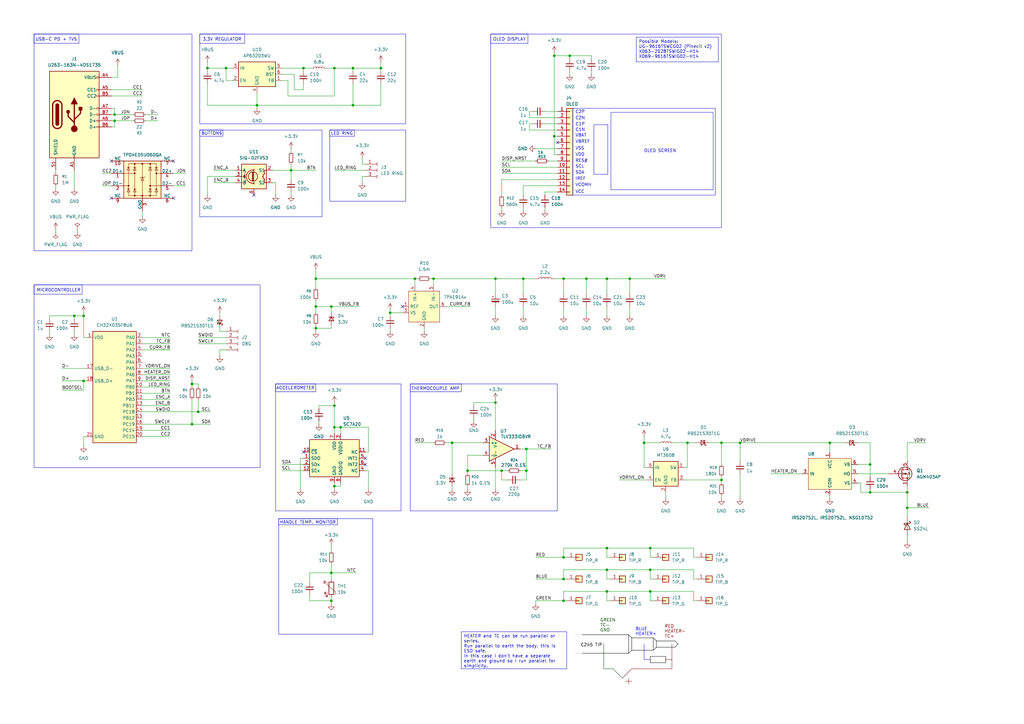
<source format=kicad_sch>
(kicad_sch
	(version 20250114)
	(generator "eeschema")
	(generator_version "9.0")
	(uuid "7095b018-eac3-4b01-b374-28e3216c4fd8")
	(paper "A3")
	
	(rectangle
		(start 113.03 157.48)
		(end 164.465 209.55)
		(stroke
			(width 0)
			(type default)
		)
		(fill
			(type none)
		)
		(uuid 25f66d05-38b5-4a17-99c1-8cad2c92cd3e)
	)
	(rectangle
		(start 13.97 13.97)
		(end 78.74 102.87)
		(stroke
			(width 0)
			(type default)
		)
		(fill
			(type none)
		)
		(uuid 34cfca7f-b72a-4261-a704-f33e6bc4b279)
	)
	(rectangle
		(start 113.03 157.48)
		(end 129.54 160.655)
		(stroke
			(width 0)
			(type default)
		)
		(fill
			(type none)
		)
		(uuid 37b1d202-d0af-4356-9cea-c5377ffdf5c6)
	)
	(rectangle
		(start 168.275 157.48)
		(end 189.23 160.655)
		(stroke
			(width 0)
			(type default)
		)
		(fill
			(type none)
		)
		(uuid 411456a7-808a-4a99-b2e7-4b00b0660778)
	)
	(rectangle
		(start 81.915 53.34)
		(end 91.44 55.88)
		(stroke
			(width 0)
			(type default)
		)
		(fill
			(type none)
		)
		(uuid 51756553-69aa-4f9f-a31a-a60fa2c78053)
	)
	(rectangle
		(start 135.255 53.34)
		(end 166.37 82.55)
		(stroke
			(width 0)
			(type default)
		)
		(fill
			(type none)
		)
		(uuid 7ca7d888-0de2-4ee4-9e02-bce99f6c7310)
	)
	(rectangle
		(start 13.97 116.84)
		(end 33.655 120.65)
		(stroke
			(width 0)
			(type default)
		)
		(fill
			(type none)
		)
		(uuid 7d5ee34c-3c30-4116-b034-575f8f5cbca0)
	)
	(rectangle
		(start 81.915 53.34)
		(end 132.08 88.9)
		(stroke
			(width 0)
			(type default)
		)
		(fill
			(type none)
		)
		(uuid 9c119ec4-7162-4594-9de4-9af2e8ac3469)
	)
	(rectangle
		(start 81.915 13.97)
		(end 100.33 17.78)
		(stroke
			(width 0)
			(type default)
		)
		(fill
			(type none)
		)
		(uuid 9d5c2b83-1ad1-4eb5-9c00-115d7cfbb819)
	)
	(rectangle
		(start 168.275 157.48)
		(end 228.6 209.55)
		(stroke
			(width 0)
			(type default)
		)
		(fill
			(type none)
		)
		(uuid a57dfd79-f7b7-44cf-be58-21e0757161fa)
	)
	(rectangle
		(start 13.97 116.84)
		(end 106.68 191.77)
		(stroke
			(width 0)
			(type default)
		)
		(fill
			(type none)
		)
		(uuid a66c837f-d550-4ad5-b67a-1a34b6eaed03)
	)
	(rectangle
		(start 250.571 46.101)
		(end 292.481 77.851)
		(stroke
			(width 0)
			(type default)
		)
		(fill
			(type none)
		)
		(uuid b323df54-646c-4c42-ac5d-c702f5da28df)
	)
	(rectangle
		(start 13.97 13.97)
		(end 32.385 17.78)
		(stroke
			(width 0)
			(type default)
		)
		(fill
			(type none)
		)
		(uuid b41c86f7-a703-4da7-9c7c-3d6f2dbdab0b)
	)
	(rectangle
		(start 114.3 212.725)
		(end 138.43 215.265)
		(stroke
			(width 0)
			(type default)
		)
		(fill
			(type none)
		)
		(uuid b798fff3-5d10-4e4c-948c-461a0845de52)
	)
	(rectangle
		(start 135.255 53.34)
		(end 145.415 55.88)
		(stroke
			(width 0)
			(type default)
		)
		(fill
			(type none)
		)
		(uuid bb60d903-b4fc-4579-917b-d8b1327cda5c)
	)
	(rectangle
		(start 234.95 44.45)
		(end 293.37 80.01)
		(stroke
			(width 0)
			(type default)
		)
		(fill
			(type none)
		)
		(uuid c7ed09f4-c5b0-447c-8527-2fd1a9942fc7)
	)
	(rectangle
		(start 201.295 13.97)
		(end 295.91 93.345)
		(stroke
			(width 0)
			(type default)
		)
		(fill
			(type none)
		)
		(uuid c86b0301-7b25-4d55-b6bd-bf1af0f3ea13)
	)
	(rectangle
		(start 243.586 51.181)
		(end 249.301 71.501)
		(stroke
			(width 0)
			(type default)
		)
		(fill
			(type none)
		)
		(uuid cc173c2c-4802-4b85-8dc1-c0ed1e2586ae)
	)
	(rectangle
		(start 81.915 13.97)
		(end 166.37 50.8)
		(stroke
			(width 0)
			(type default)
		)
		(fill
			(type none)
		)
		(uuid d5e44070-3c31-4662-9265-15546dcb33a9)
	)
	(rectangle
		(start 114.3 212.725)
		(end 152.908 260.096)
		(stroke
			(width 0)
			(type default)
		)
		(fill
			(type none)
		)
		(uuid dc78faa3-7706-462b-aff1-ea2259b8957d)
	)
	(rectangle
		(start 201.295 13.97)
		(end 216.535 17.78)
		(stroke
			(width 0)
			(type default)
		)
		(fill
			(type none)
		)
		(uuid df873f2f-b2dc-4231-b391-da9722f3ee43)
	)
	(text "RED\nHEATER-\nTC+"
		(exclude_from_sim no)
		(at 272.542 259.08 0)
		(effects
			(font
				(size 1.27 1.27)
				(color 132 0 0 1)
			)
			(justify left)
		)
		(uuid "074f802c-7871-4a94-9d0f-a3c07209b08e")
	)
	(text "3.3V REGULATOR"
		(exclude_from_sim no)
		(at 83.058 16.256 0)
		(effects
			(font
				(size 1.27 1.27)
			)
			(justify left)
		)
		(uuid "270c64e9-acc9-4bdf-adf9-51e85a7cfae3")
	)
	(text "C2N"
		(exclude_from_sim no)
		(at 235.966 48.514 0)
		(effects
			(font
				(size 1.27 1.27)
			)
			(justify left)
		)
		(uuid "303735e4-f194-4e97-9ddd-7741146e5965")
	)
	(text "USB-C PD + TVS"
		(exclude_from_sim no)
		(at 14.478 16.256 0)
		(effects
			(font
				(size 1.27 1.27)
			)
			(justify left)
		)
		(uuid "3b53ae36-2320-46df-8526-8d2b0e4cd267")
	)
	(text "BUTTONS"
		(exclude_from_sim no)
		(at 82.55 54.864 0)
		(effects
			(font
				(size 1.27 1.27)
			)
			(justify left)
		)
		(uuid "4ff0d853-92f6-4f02-aa33-1f252be5ef75")
	)
	(text "SCL"
		(exclude_from_sim no)
		(at 235.966 68.326 0)
		(effects
			(font
				(size 1.27 1.27)
			)
			(justify left)
		)
		(uuid "63c62cf3-4266-478a-9f68-199034fe5d8b")
	)
	(text "RES#"
		(exclude_from_sim no)
		(at 235.966 66.04 0)
		(effects
			(font
				(size 1.27 1.27)
			)
			(justify left)
		)
		(uuid "6ce3c0b9-bb73-4f4d-8996-df06398c02e3")
	)
	(text "C1P"
		(exclude_from_sim no)
		(at 235.966 51.054 0)
		(effects
			(font
				(size 1.27 1.27)
			)
			(justify left)
		)
		(uuid "6d196f00-fda4-408a-b16f-63e268646b7a")
	)
	(text "ACCELEROMETER"
		(exclude_from_sim no)
		(at 121.158 159.258 0)
		(effects
			(font
				(size 1.27 1.27)
			)
		)
		(uuid "6d3cce01-49eb-4036-848c-880563d726ff")
	)
	(text "IREF"
		(exclude_from_sim no)
		(at 235.966 73.406 0)
		(effects
			(font
				(size 1.27 1.27)
			)
			(justify left)
		)
		(uuid "78269562-db7d-4f9c-9409-11de08793bfa")
	)
	(text "BLUE\nHEATER+"
		(exclude_from_sim no)
		(at 260.604 259.08 0)
		(effects
			(font
				(size 1.27 1.27)
				(color 0 0 255 1)
			)
			(justify left)
		)
		(uuid "7cd917a9-991f-405e-b4ad-1658a33b6480")
	)
	(text "C1N"
		(exclude_from_sim no)
		(at 235.966 53.34 0)
		(effects
			(font
				(size 1.27 1.27)
			)
			(justify left)
		)
		(uuid "86eaf89d-7735-48bc-8adf-2c6d7e1c9267")
	)
	(text "C2P"
		(exclude_from_sim no)
		(at 235.966 45.974 0)
		(effects
			(font
				(size 1.27 1.27)
			)
			(justify left)
		)
		(uuid "88767c22-62f5-491f-8191-e622ce50d549")
	)
	(text "VDD"
		(exclude_from_sim no)
		(at 235.966 63.5 0)
		(effects
			(font
				(size 1.27 1.27)
			)
			(justify left)
		)
		(uuid "98ea20d6-f789-4c9a-9d2d-ddf9c4e55ce3")
	)
	(text "HANDLE TEMP. MONITOR"
		(exclude_from_sim no)
		(at 126.238 214.376 0)
		(effects
			(font
				(size 1.27 1.27)
			)
		)
		(uuid "9cf9be48-0da6-4698-b802-905b4321ec7e")
	)
	(text "OLED SCREEN"
		(exclude_from_sim no)
		(at 270.764 61.976 0)
		(effects
			(font
				(size 1.27 1.27)
			)
		)
		(uuid "a7d4d929-dbaa-411d-a847-37e4617db2b8")
	)
	(text "VCC"
		(exclude_from_sim no)
		(at 235.966 78.74 0)
		(effects
			(font
				(size 1.27 1.27)
			)
			(justify left)
		)
		(uuid "c0b5be38-ee7a-4c62-b666-9455a24b9bdf")
	)
	(text "SDA"
		(exclude_from_sim no)
		(at 235.966 70.866 0)
		(effects
			(font
				(size 1.27 1.27)
			)
			(justify left)
		)
		(uuid "d1f23843-c159-4734-816f-e3ebdc7225d4")
	)
	(text "VBREF"
		(exclude_from_sim no)
		(at 235.966 58.166 0)
		(effects
			(font
				(size 1.27 1.27)
			)
			(justify left)
		)
		(uuid "dc92fbc2-eb7d-47ac-891e-6de1528c9506")
	)
	(text "OLED DISPLAY"
		(exclude_from_sim no)
		(at 202.184 16.256 0)
		(effects
			(font
				(size 1.27 1.27)
			)
			(justify left)
		)
		(uuid "e1182865-9cf6-484e-b369-4d8124243a24")
	)
	(text "VBAT"
		(exclude_from_sim no)
		(at 235.966 55.626 0)
		(effects
			(font
				(size 1.27 1.27)
			)
			(justify left)
		)
		(uuid "e5136794-6a5a-4728-b4d0-e47266a8ec2c")
	)
	(text "VSS"
		(exclude_from_sim no)
		(at 235.966 60.96 0)
		(effects
			(font
				(size 1.27 1.27)
			)
			(justify left)
		)
		(uuid "e5277a5c-1568-43ec-ab65-5c403a9ddad3")
	)
	(text "VCOMH"
		(exclude_from_sim no)
		(at 235.966 75.946 0)
		(effects
			(font
				(size 1.27 1.27)
			)
			(justify left)
		)
		(uuid "e677c7ab-e79d-4a1c-8a88-4a56ca5d6b79")
	)
	(text "THERMOCOUPLE AMP"
		(exclude_from_sim no)
		(at 178.562 159.512 0)
		(effects
			(font
				(size 1.27 1.27)
			)
		)
		(uuid "e865e2d4-df9a-47d7-8bc3-1d543675c813")
	)
	(text "LED RING"
		(exclude_from_sim no)
		(at 140.208 54.864 0)
		(effects
			(font
				(size 1.27 1.27)
			)
		)
		(uuid "eebaafe7-13f6-4495-a884-67f3bb5c6ce1")
	)
	(text "MICROCONTROLLER"
		(exclude_from_sim no)
		(at 14.986 119.126 0)
		(effects
			(font
				(size 1.27 1.27)
			)
			(justify left)
		)
		(uuid "f4202bbd-17db-406a-9b6f-417fe43fdaab")
	)
	(text "C245 TIP"
		(exclude_from_sim no)
		(at 242.57 264.668 0)
		(effects
			(font
				(size 1.27 1.27)
				(color 0 0 0 1)
			)
		)
		(uuid "f5ebd9e6-7e85-4295-b1df-1fb1b0a60676")
	)
	(text "GREEN\nTC-\nGND"
		(exclude_from_sim no)
		(at 246.126 256.54 0)
		(effects
			(font
				(size 1.27 1.27)
				(color 0 72 0 1)
			)
			(justify left)
		)
		(uuid "fe22e110-b1c7-4e37-9dd2-ed4186183ab8")
	)
	(text_box "Possible Models:\nUG-9616TSWCG02 (Pinecil v2)\nX063-2028TSWIG02-H14\nX069-9616TSWIG02-H14"
		(exclude_from_sim no)
		(at 260.985 15.24 0)
		(size 33.655 10.16)
		(margins 0.9525 0.9525 0.9525 0.9525)
		(stroke
			(width 0)
			(type solid)
		)
		(fill
			(type none)
		)
		(effects
			(font
				(size 1.27 1.27)
			)
			(justify left top)
		)
		(uuid "aff1d92e-7948-41af-95d4-eec0b0d11729")
	)
	(text_box "HEATER and TC can be run parallel or series.\nRun parallel to earth the body, this is ESD safe.\nIn this case I don't have a separate earth and ground so I run parallel for simplicity."
		(exclude_from_sim no)
		(at 189.23 259.08 0)
		(size 43.18 15.24)
		(margins 0.9525 0.9525 0.9525 0.9525)
		(stroke
			(width 0)
			(type solid)
		)
		(fill
			(type none)
		)
		(effects
			(font
				(size 1.27 1.27)
			)
			(justify left top)
		)
		(uuid "f24e07f6-dab3-4874-a162-57756a4a0cb0")
	)
	(junction
		(at 81.28 168.91)
		(diameter 0)
		(color 0 0 0 0)
		(uuid "0376124e-fe7a-4814-987e-238a633a55c8")
	)
	(junction
		(at 281.94 181.61)
		(diameter 0)
		(color 0 0 0 0)
		(uuid "07d79252-3cfe-49d3-a697-b5180f951c75")
	)
	(junction
		(at 124.46 27.94)
		(diameter 0)
		(color 0 0 0 0)
		(uuid "0acd8611-5527-40f7-90a3-5c60d1adc1d0")
	)
	(junction
		(at 177.8 114.3)
		(diameter 0)
		(color 0 0 0 0)
		(uuid "1a97976b-dfb2-4683-a36c-95b1ecc6d489")
	)
	(junction
		(at 266.7 233.68)
		(diameter 0)
		(color 0 0 0 0)
		(uuid "1e78fea4-f170-467b-a37a-22058bb36a6d")
	)
	(junction
		(at 144.78 43.18)
		(diameter 0)
		(color 0 0 0 0)
		(uuid "22311b9f-04cf-44b4-b81a-9a2eee7d9814")
	)
	(junction
		(at 356.87 201.93)
		(diameter 0)
		(color 0 0 0 0)
		(uuid "253e7a83-9b7c-4d4c-b8d1-7fbacce38609")
	)
	(junction
		(at 231.14 237.49)
		(diameter 0)
		(color 0 0 0 0)
		(uuid "284f32c2-769a-4bc4-b2f0-a7c3e5ae68d6")
	)
	(junction
		(at 160.02 128.27)
		(diameter 0)
		(color 0 0 0 0)
		(uuid "2b9858fc-d565-4568-9ced-4f85b3261fac")
	)
	(junction
		(at 266.7 224.79)
		(diameter 0)
		(color 0 0 0 0)
		(uuid "3303fd32-4b4a-445d-bddd-01abf0d9be1e")
	)
	(junction
		(at 372.11 201.93)
		(diameter 0)
		(color 0 0 0 0)
		(uuid "3b65a788-4b4c-437e-96e5-165c51a854a4")
	)
	(junction
		(at 203.2 165.1)
		(diameter 0)
		(color 0 0 0 0)
		(uuid "3f9bcc33-18ad-48ec-8047-f514eddb9bd3")
	)
	(junction
		(at 266.7 242.57)
		(diameter 0)
		(color 0 0 0 0)
		(uuid "3ff58bdd-622b-46e9-99a2-8eca2ca30783")
	)
	(junction
		(at 372.11 208.28)
		(diameter 0)
		(color 0 0 0 0)
		(uuid "40073d49-3f44-4af7-a787-657ab510a928")
	)
	(junction
		(at 340.36 181.61)
		(diameter 0)
		(color 0 0 0 0)
		(uuid "4022ea02-a839-4e77-8442-99daabad0cb4")
	)
	(junction
		(at 356.87 190.5)
		(diameter 0)
		(color 0 0 0 0)
		(uuid "45cd84fd-2fd0-4481-9f27-779c4e05a620")
	)
	(junction
		(at 191.77 193.04)
		(diameter 0)
		(color 0 0 0 0)
		(uuid "4793f579-9960-4fea-a983-16516b9a6a74")
	)
	(junction
		(at 30.48 129.54)
		(diameter 0)
		(color 0 0 0 0)
		(uuid "4a00e859-a3fe-467b-8ce9-def1b4a6bc1d")
	)
	(junction
		(at 264.16 181.61)
		(diameter 0)
		(color 0 0 0 0)
		(uuid "4c2788f8-2f3d-4c09-bf35-9265ddb84f5d")
	)
	(junction
		(at 231.14 228.6)
		(diameter 0)
		(color 0 0 0 0)
		(uuid "4e000b4e-efac-4699-be88-c8c4a1e11b0e")
	)
	(junction
		(at 137.16 27.94)
		(diameter 0)
		(color 0 0 0 0)
		(uuid "4e457d4d-37fd-4b51-a420-85ebb8dc04c5")
	)
	(junction
		(at 129.54 134.62)
		(diameter 0)
		(color 0 0 0 0)
		(uuid "5356a73a-34f6-4489-9bec-01ccee3dfe09")
	)
	(junction
		(at 137.16 175.26)
		(diameter 0)
		(color 0 0 0 0)
		(uuid "589eff9d-eed1-4df5-98d6-26b7c768b426")
	)
	(junction
		(at 46.99 49.53)
		(diameter 0)
		(color 0 0 0 0)
		(uuid "5e8d1cf7-167e-4030-9f28-7c115ea5395b")
	)
	(junction
		(at 248.92 233.68)
		(diameter 0)
		(color 0 0 0 0)
		(uuid "5ea4f1af-29c5-41cd-b15b-81097d2b6427")
	)
	(junction
		(at 227.33 55.88)
		(diameter 0)
		(color 0 0 0 0)
		(uuid "5fbb3de9-86ee-49ad-a284-eb55f1cc692a")
	)
	(junction
		(at 170.18 114.3)
		(diameter 0)
		(color 0 0 0 0)
		(uuid "5feb41b2-1973-47b7-a124-0b6e2628d43d")
	)
	(junction
		(at 248.92 242.57)
		(diameter 0)
		(color 0 0 0 0)
		(uuid "64f8ff53-fd25-4945-b8a5-64153356f23e")
	)
	(junction
		(at 135.89 125.73)
		(diameter 0)
		(color 0 0 0 0)
		(uuid "72a3e6ce-0be8-4ce5-948e-b5935f1538fc")
	)
	(junction
		(at 233.68 22.86)
		(diameter 0)
		(color 0 0 0 0)
		(uuid "73b54f8a-8892-4f5c-ad2f-0a2e6cc384c3")
	)
	(junction
		(at 34.29 129.54)
		(diameter 0)
		(color 0 0 0 0)
		(uuid "7463436f-e839-4ea2-a4bf-81f122061b20")
	)
	(junction
		(at 248.92 114.3)
		(diameter 0)
		(color 0 0 0 0)
		(uuid "74be8234-d464-4c0b-8cd5-92ab042ed197")
	)
	(junction
		(at 205.74 193.04)
		(diameter 0)
		(color 0 0 0 0)
		(uuid "77d052f3-f174-4ac4-b7f3-74fd8cd4f0e2")
	)
	(junction
		(at 78.74 157.48)
		(diameter 0)
		(color 0 0 0 0)
		(uuid "81607e46-ed60-4e7b-900a-af756b50d9d4")
	)
	(junction
		(at 295.91 181.61)
		(diameter 0)
		(color 0 0 0 0)
		(uuid "81928cab-d290-47f7-99c7-9c8f417d4c4e")
	)
	(junction
		(at 137.16 166.37)
		(diameter 0)
		(color 0 0 0 0)
		(uuid "84b1d133-5555-4f34-9259-4c4a00397909")
	)
	(junction
		(at 258.2841 114.3)
		(diameter 0)
		(color 0 0 0 0)
		(uuid "855762b6-ba6e-4668-b374-45a266a9df5c")
	)
	(junction
		(at 215.9 193.04)
		(diameter 0)
		(color 0 0 0 0)
		(uuid "879d8513-8c12-4c71-805b-cfd0566ce6a8")
	)
	(junction
		(at 34.29 156.21)
		(diameter 0)
		(color 0 0 0 0)
		(uuid "89bcf90e-9038-4def-8280-30d23811eeb8")
	)
	(junction
		(at 231.14 114.3)
		(diameter 0)
		(color 0 0 0 0)
		(uuid "8b64755e-064f-4e1f-acff-0c6da6bf1748")
	)
	(junction
		(at 227.33 22.86)
		(diameter 0)
		(color 0 0 0 0)
		(uuid "9531702c-c6a6-4297-8a10-64a5c6fc90b3")
	)
	(junction
		(at 214.63 114.3)
		(diameter 0)
		(color 0 0 0 0)
		(uuid "99470547-74e3-435a-aafe-b4ae68d1294d")
	)
	(junction
		(at 135.89 246.38)
		(diameter 0)
		(color 0 0 0 0)
		(uuid "9ba723fb-78b5-4d72-ae3c-94d59ceb7ba3")
	)
	(junction
		(at 129.54 114.3)
		(diameter 0)
		(color 0 0 0 0)
		(uuid "a3b1ebda-28bf-4cca-a91f-ab0720e0e5f5")
	)
	(junction
		(at 215.9 184.15)
		(diameter 0)
		(color 0 0 0 0)
		(uuid "aff6f7cf-f995-4965-9b70-2f6e1afd3257")
	)
	(junction
		(at 129.54 125.73)
		(diameter 0)
		(color 0 0 0 0)
		(uuid "b257f578-3f04-4267-ba31-62cb9e7e56e2")
	)
	(junction
		(at 203.2 114.3)
		(diameter 0)
		(color 0 0 0 0)
		(uuid "bd622f08-db3a-4046-921d-58baf4c7d1bc")
	)
	(junction
		(at 185.42 181.61)
		(diameter 0)
		(color 0 0 0 0)
		(uuid "be519101-b7e2-4e85-bc0c-866a0a6fdb77")
	)
	(junction
		(at 135.89 234.95)
		(diameter 0)
		(color 0 0 0 0)
		(uuid "c4f19431-f823-4a18-902b-e25529b1c304")
	)
	(junction
		(at 156.21 27.94)
		(diameter 0)
		(color 0 0 0 0)
		(uuid "caa23b1a-fb60-423d-84ed-a4ec6bda7dc1")
	)
	(junction
		(at 78.74 173.99)
		(diameter 0)
		(color 0 0 0 0)
		(uuid "cb369bbe-c983-4f03-86f5-9ab8b3b58edd")
	)
	(junction
		(at 119.38 69.85)
		(diameter 0)
		(color 0 0 0 0)
		(uuid "cbfb9910-a9c3-4d1d-beaf-ad4934f7e32e")
	)
	(junction
		(at 295.91 196.85)
		(diameter 0)
		(color 0 0 0 0)
		(uuid "cc109a5d-bdf8-421c-800f-f4fb1ea8fcea")
	)
	(junction
		(at 105.41 43.18)
		(diameter 0)
		(color 0 0 0 0)
		(uuid "d049456d-20ee-4308-a384-c295c5fb64a1")
	)
	(junction
		(at 137.16 199.39)
		(diameter 0)
		(color 0 0 0 0)
		(uuid "d3c0ec6c-e13a-496a-ad1c-ba60afc46b96")
	)
	(junction
		(at 46.99 46.99)
		(diameter 0)
		(color 0 0 0 0)
		(uuid "d3cb3929-1383-43bf-9aa0-8d6179547879")
	)
	(junction
		(at 144.78 27.94)
		(diameter 0)
		(color 0 0 0 0)
		(uuid "d5fd0359-f76b-4cc1-9ea5-8682bade4542")
	)
	(junction
		(at 240.5041 114.3)
		(diameter 0)
		(color 0 0 0 0)
		(uuid "e446b87b-dd2b-4e7f-9dbd-f1689a8c2a13")
	)
	(junction
		(at 303.53 181.61)
		(diameter 0)
		(color 0 0 0 0)
		(uuid "e5115188-7348-4d7f-9464-18609567d3fc")
	)
	(junction
		(at 92.71 27.94)
		(diameter 0)
		(color 0 0 0 0)
		(uuid "e80bc681-7695-43f3-a2bd-d411c7e86409")
	)
	(junction
		(at 231.14 246.38)
		(diameter 0)
		(color 0 0 0 0)
		(uuid "ea75d511-588c-4431-8d03-5392322d567d")
	)
	(junction
		(at 139.7 175.26)
		(diameter 0)
		(color 0 0 0 0)
		(uuid "ea9ea449-1699-40d7-8a1c-89a1d2111f96")
	)
	(junction
		(at 248.92 224.79)
		(diameter 0)
		(color 0 0 0 0)
		(uuid "ebd518cf-54ce-4d1f-b736-386303c84246")
	)
	(junction
		(at 85.09 27.94)
		(diameter 0)
		(color 0 0 0 0)
		(uuid "f1df4cab-d95d-4e21-b204-cc5686c3ccd2")
	)
	(no_connect
		(at 165.1 125.73)
		(uuid "06611bec-51b6-46da-9687-f0c27668a583")
	)
	(no_connect
		(at 149.86 187.96)
		(uuid "12b81ef0-4fba-4b2f-98fa-a2180c0447e2")
	)
	(no_connect
		(at 149.86 190.5)
		(uuid "2b4977a8-0f21-4fec-84e4-4c603e997be4")
	)
	(no_connect
		(at 71.12 81.28)
		(uuid "46b4ccbc-24ab-4899-8505-9a1bc9336197")
	)
	(no_connect
		(at 45.72 66.04)
		(uuid "613b3790-5218-413f-a343-e26aa4ea4b95")
	)
	(no_connect
		(at 228.6 58.42)
		(uuid "8d801d13-32fe-4e34-8cc5-b8a86a497023")
	)
	(no_connect
		(at 124.46 185.42)
		(uuid "bb17c601-45a1-4eb6-aaaf-eada3efdd523")
	)
	(no_connect
		(at 45.72 81.28)
		(uuid "c9b41e3a-80a4-4410-be4c-91975e86700a")
	)
	(no_connect
		(at 104.14 80.01)
		(uuid "d8cbb7b8-f348-43ed-b12a-7c884625729d")
	)
	(no_connect
		(at 71.12 66.04)
		(uuid "e9fc4535-1911-4390-b5e2-c282d53c9319")
	)
	(wire
		(pts
			(xy 248.92 114.3) (xy 248.92 120.65)
		)
		(stroke
			(width 0)
			(type default)
		)
		(uuid "01019bf9-c94e-46c5-9440-886fbf1f7ac2")
	)
	(polyline
		(pts
			(xy 269.24 265.43) (xy 267.97 266.7)
		)
		(stroke
			(width 0)
			(type default)
			(color 0 0 0 1)
		)
		(uuid "026bb0ed-6072-40a3-95a7-f0b0e5bb9f80")
	)
	(wire
		(pts
			(xy 156.21 25.4) (xy 156.21 27.94)
		)
		(stroke
			(width 0)
			(type default)
		)
		(uuid "0280334b-627a-4233-a676-012a207d9298")
	)
	(wire
		(pts
			(xy 123.19 187.96) (xy 124.46 187.96)
		)
		(stroke
			(width 0)
			(type default)
		)
		(uuid "03f9526b-c252-4cea-a8ec-81306ff6df76")
	)
	(wire
		(pts
			(xy 41.91 76.2) (xy 45.72 76.2)
		)
		(stroke
			(width 0)
			(type default)
		)
		(uuid "057a48eb-9b1d-42a5-bf44-6985b9321748")
	)
	(wire
		(pts
			(xy 227.33 55.88) (xy 228.6 55.88)
		)
		(stroke
			(width 0)
			(type default)
		)
		(uuid "06a39b25-e5c0-48bf-8f66-6ff9e46efda7")
	)
	(polyline
		(pts
			(xy 275.59 270.51) (xy 273.05 270.51)
		)
		(stroke
			(width 0)
			(type solid)
			(color 132 0 0 1)
		)
		(uuid "07b98816-3d51-4f72-b198-7c04ddd02a60")
	)
	(wire
		(pts
			(xy 281.94 181.61) (xy 281.94 191.77)
		)
		(stroke
			(width 0)
			(type default)
		)
		(uuid "08ca60c2-d79a-4019-861d-7c88280594b9")
	)
	(wire
		(pts
			(xy 115.57 193.04) (xy 124.46 193.04)
		)
		(stroke
			(width 0)
			(type default)
		)
		(uuid "093a4bfc-aabd-4586-948a-1580d9afeffa")
	)
	(wire
		(pts
			(xy 45.72 36.83) (xy 58.42 36.83)
		)
		(stroke
			(width 0)
			(type default)
		)
		(uuid "098337dc-d67f-4f92-9e59-aa0530495823")
	)
	(wire
		(pts
			(xy 351.79 190.5) (xy 356.87 190.5)
		)
		(stroke
			(width 0)
			(type default)
		)
		(uuid "0991fc57-c77d-4d8b-a7f5-93559a71531e")
	)
	(wire
		(pts
			(xy 284.48 228.6) (xy 285.75 228.6)
		)
		(stroke
			(width 0)
			(type default)
		)
		(uuid "0b3b1be4-2c7f-47f2-886c-9ff27992e090")
	)
	(wire
		(pts
			(xy 265.43 191.77) (xy 264.16 191.77)
		)
		(stroke
			(width 0)
			(type default)
		)
		(uuid "0bdd0dd3-1438-4145-a164-7482936ecc91")
	)
	(polyline
		(pts
			(xy 236.22 260.35) (xy 238.76 260.35)
		)
		(stroke
			(width 0)
			(type dot)
			(color 0 0 0 1)
		)
		(uuid "0bebbeb1-bed0-4084-8b40-7ac03a835cd7")
	)
	(wire
		(pts
			(xy 340.36 203.2) (xy 340.36 204.47)
		)
		(stroke
			(width 0)
			(type default)
		)
		(uuid "0c9fa1d8-a413-4dad-b1e6-53724d6877dc")
	)
	(wire
		(pts
			(xy 356.87 200.66) (xy 356.87 201.93)
		)
		(stroke
			(width 0)
			(type default)
		)
		(uuid "0d1d8e67-44be-4e93-8637-8b77df712344")
	)
	(wire
		(pts
			(xy 85.09 34.29) (xy 85.09 43.18)
		)
		(stroke
			(width 0)
			(type default)
		)
		(uuid "0d1da041-1604-484f-8588-64418e6780df")
	)
	(wire
		(pts
			(xy 264.16 179.07) (xy 264.16 181.61)
		)
		(stroke
			(width 0)
			(type default)
		)
		(uuid "0d6f32d5-98ad-41ed-b781-51035ba32ce2")
	)
	(polyline
		(pts
			(xy 266.7 269.24) (xy 266.7 271.78)
		)
		(stroke
			(width 0)
			(type solid)
			(color 0 0 0 1)
		)
		(uuid "0e087217-7caf-4ae9-80d3-cf5e99ccbd9c")
	)
	(wire
		(pts
			(xy 78.74 157.48) (xy 81.28 157.48)
		)
		(stroke
			(width 0)
			(type default)
		)
		(uuid "0e2e8ef7-9967-4f2a-a391-35d57131fb71")
	)
	(wire
		(pts
			(xy 248.92 224.79) (xy 266.7 224.79)
		)
		(stroke
			(width 0)
			(type default)
		)
		(uuid "0ea3b0f9-9010-4b04-86d3-c4830ab1836d")
	)
	(wire
		(pts
			(xy 127 234.95) (xy 135.89 234.95)
		)
		(stroke
			(width 0)
			(type default)
		)
		(uuid "0f8627da-dc1e-4504-acfc-120e3647c5b5")
	)
	(wire
		(pts
			(xy 58.42 158.75) (xy 69.85 158.75)
		)
		(stroke
			(width 0)
			(type default)
		)
		(uuid "0f968ad1-38fa-43f3-a9ca-eaab57060db2")
	)
	(wire
		(pts
			(xy 214.63 85.09) (xy 214.63 86.36)
		)
		(stroke
			(width 0)
			(type default)
		)
		(uuid "0fdf5b0f-14a7-4ff5-aee8-91dcf3e80430")
	)
	(polyline
		(pts
			(xy 276.86 262.89) (xy 278.13 264.16)
		)
		(stroke
			(width 0)
			(type default)
			(color 0 0 0 1)
		)
		(uuid "0ffc5971-b130-492f-a7ea-ccd3781d517b")
	)
	(wire
		(pts
			(xy 129.54 123.19) (xy 129.54 125.73)
		)
		(stroke
			(width 0)
			(type default)
		)
		(uuid "10b7f4bb-8e85-4f50-bd94-98083d6c2f27")
	)
	(wire
		(pts
			(xy 303.53 189.23) (xy 303.53 181.61)
		)
		(stroke
			(width 0)
			(type default)
		)
		(uuid "1213dcc9-1528-4b78-b712-6cdbea454856")
	)
	(wire
		(pts
			(xy 191.77 193.04) (xy 191.77 186.69)
		)
		(stroke
			(width 0)
			(type default)
		)
		(uuid "12f02fb2-28a7-4766-ae13-424545151178")
	)
	(wire
		(pts
			(xy 137.16 175.26) (xy 137.16 177.8)
		)
		(stroke
			(width 0)
			(type default)
		)
		(uuid "135c080a-b87a-42f2-bd23-e8f54c5ee6c7")
	)
	(wire
		(pts
			(xy 148.59 74.93) (xy 148.59 72.39)
		)
		(stroke
			(width 0)
			(type default)
		)
		(uuid "13a8fbae-4055-4538-a775-7561035458e6")
	)
	(wire
		(pts
			(xy 191.77 193.04) (xy 205.74 193.04)
		)
		(stroke
			(width 0)
			(type default)
		)
		(uuid "13e7537a-edd6-43d5-8bb0-f6eb3d491016")
	)
	(wire
		(pts
			(xy 135.89 134.62) (xy 129.54 134.62)
		)
		(stroke
			(width 0)
			(type default)
		)
		(uuid "13fdc45e-79a2-4146-a607-12db049e38ab")
	)
	(wire
		(pts
			(xy 215.9 193.04) (xy 215.9 184.15)
		)
		(stroke
			(width 0)
			(type default)
		)
		(uuid "1427c6b1-5293-499b-9663-f54121cc8ca4")
	)
	(wire
		(pts
			(xy 48.26 31.75) (xy 48.26 26.67)
		)
		(stroke
			(width 0)
			(type default)
		)
		(uuid "14b83c6b-fa77-4ec1-b020-d89f490dd1db")
	)
	(wire
		(pts
			(xy 87.63 69.85) (xy 96.52 69.85)
		)
		(stroke
			(width 0)
			(type default)
		)
		(uuid "15d75b7e-53c1-4b3b-bead-3e9845084cb1")
	)
	(wire
		(pts
			(xy 203.2 114.3) (xy 214.63 114.3)
		)
		(stroke
			(width 0)
			(type default)
		)
		(uuid "160924b9-71b2-497e-afa5-3fa032761b8c")
	)
	(wire
		(pts
			(xy 203.2 163.83) (xy 203.2 165.1)
		)
		(stroke
			(width 0)
			(type default)
		)
		(uuid "16a235b6-6479-41c3-934b-5990cd87fafe")
	)
	(wire
		(pts
			(xy 227.33 55.88) (xy 227.33 63.5)
		)
		(stroke
			(width 0)
			(type default)
		)
		(uuid "16a6ad92-1a6b-4d2b-93f1-5652f5947dbb")
	)
	(wire
		(pts
			(xy 231.14 228.6) (xy 232.41 228.6)
		)
		(stroke
			(width 0)
			(type default)
		)
		(uuid "17df628e-6e1c-4007-bf79-a6f4989ca29e")
	)
	(wire
		(pts
			(xy 45.72 52.07) (xy 46.99 52.07)
		)
		(stroke
			(width 0)
			(type default)
		)
		(uuid "18438b3a-827e-4972-b4d2-e39627126fd2")
	)
	(polyline
		(pts
			(xy 255.27 260.35) (xy 257.81 260.35)
		)
		(stroke
			(width 0)
			(type default)
			(color 0 0 0 1)
		)
		(uuid "185695dd-6d7c-4a99-817d-9d7e560e285b")
	)
	(wire
		(pts
			(xy 58.42 153.67) (xy 69.85 153.67)
		)
		(stroke
			(width 0)
			(type default)
		)
		(uuid "185cc638-609c-4acf-9a83-434d47f9bece")
	)
	(wire
		(pts
			(xy 248.92 228.6) (xy 250.19 228.6)
		)
		(stroke
			(width 0)
			(type default)
		)
		(uuid "186284b8-bd67-4889-90c2-387a38831a45")
	)
	(wire
		(pts
			(xy 303.53 181.61) (xy 295.91 181.61)
		)
		(stroke
			(width 0)
			(type default)
		)
		(uuid "18853170-98c0-4142-a886-9b88272679cd")
	)
	(wire
		(pts
			(xy 231.14 242.57) (xy 248.92 242.57)
		)
		(stroke
			(width 0)
			(type default)
		)
		(uuid "19a14244-1aa6-4e39-a21f-a4b520ce6566")
	)
	(wire
		(pts
			(xy 264.16 191.77) (xy 264.16 181.61)
		)
		(stroke
			(width 0)
			(type default)
		)
		(uuid "19c2bb4e-b6a2-428b-b46d-e50a0b5d9ad9")
	)
	(wire
		(pts
			(xy 90.17 135.89) (xy 92.71 135.89)
		)
		(stroke
			(width 0)
			(type default)
		)
		(uuid "1b5db70b-c75a-47b9-9005-1a033afb345d")
	)
	(wire
		(pts
			(xy 356.87 201.93) (xy 372.11 201.93)
		)
		(stroke
			(width 0)
			(type default)
		)
		(uuid "1b77d230-b149-4ebc-9500-892f807d9feb")
	)
	(wire
		(pts
			(xy 127 246.38) (xy 127 243.84)
		)
		(stroke
			(width 0)
			(type default)
		)
		(uuid "1b9cd177-a46a-4a5a-81a3-e55bb87811dd")
	)
	(polyline
		(pts
			(xy 264.16 264.16) (xy 264.16 270.51)
		)
		(stroke
			(width 0)
			(type solid)
			(color 0 0 255 1)
		)
		(uuid "1ba11ea6-79fc-470e-8095-8fd6d151a60b")
	)
	(wire
		(pts
			(xy 58.42 166.37) (xy 69.85 166.37)
		)
		(stroke
			(width 0)
			(type default)
		)
		(uuid "1c31a3a0-71be-4869-aecb-fe7720f70370")
	)
	(wire
		(pts
			(xy 214.63 125.73) (xy 214.63 129.54)
		)
		(stroke
			(width 0)
			(type default)
		)
		(uuid "1cdb49d6-e828-4a8b-a2bc-2a9374af56ed")
	)
	(wire
		(pts
			(xy 266.7 246.38) (xy 267.97 246.38)
		)
		(stroke
			(width 0)
			(type default)
		)
		(uuid "1cf9f715-8924-4551-8321-2cb14bcb7a4b")
	)
	(polyline
		(pts
			(xy 247.65 264.16) (xy 247.65 274.32)
		)
		(stroke
			(width 0)
			(type solid)
			(color 0 72 0 1)
		)
		(uuid "1d759bc9-3b87-4396-975b-76eb784a4ee5")
	)
	(wire
		(pts
			(xy 214.63 114.3) (xy 219.71 114.3)
		)
		(stroke
			(width 0)
			(type default)
		)
		(uuid "1d9c458a-8492-41ed-a2aa-d735f07b95cf")
	)
	(wire
		(pts
			(xy 95.25 27.94) (xy 92.71 27.94)
		)
		(stroke
			(width 0)
			(type default)
		)
		(uuid "202f5003-0a48-4fcb-962b-eb5d0b2eea8c")
	)
	(wire
		(pts
			(xy 231.14 237.49) (xy 231.14 233.68)
		)
		(stroke
			(width 0)
			(type default)
		)
		(uuid "208cd2f2-adb5-4a75-b940-1381a809b269")
	)
	(wire
		(pts
			(xy 214.63 114.3) (xy 214.63 120.65)
		)
		(stroke
			(width 0)
			(type default)
		)
		(uuid "21e02397-be46-4ce1-86f0-c87b0ef9b9f7")
	)
	(wire
		(pts
			(xy 105.41 43.18) (xy 144.78 43.18)
		)
		(stroke
			(width 0)
			(type default)
		)
		(uuid "228d2b28-0e5e-4a0f-9a64-60ca034456d5")
	)
	(wire
		(pts
			(xy 22.86 69.85) (xy 22.86 71.12)
		)
		(stroke
			(width 0)
			(type default)
		)
		(uuid "22ceb097-bc74-4764-aecd-0b980944d711")
	)
	(wire
		(pts
			(xy 231.14 224.79) (xy 231.14 228.6)
		)
		(stroke
			(width 0)
			(type default)
		)
		(uuid "24d72d9c-7088-49fe-b9b0-0f36f49c22e7")
	)
	(wire
		(pts
			(xy 284.48 246.38) (xy 285.75 246.38)
		)
		(stroke
			(width 0)
			(type default)
		)
		(uuid "2616a777-c896-4d19-9dd1-44f1b40faa16")
	)
	(wire
		(pts
			(xy 266.7 237.49) (xy 267.97 237.49)
		)
		(stroke
			(width 0)
			(type default)
		)
		(uuid "28258bd8-18c4-469b-be71-ef9ab42f0cf4")
	)
	(wire
		(pts
			(xy 208.28 196.85) (xy 205.74 196.85)
		)
		(stroke
			(width 0)
			(type default)
		)
		(uuid "28f9a714-ce47-4a87-9eba-39a2e1e51e21")
	)
	(wire
		(pts
			(xy 137.16 39.37) (xy 118.11 39.37)
		)
		(stroke
			(width 0)
			(type default)
		)
		(uuid "296133f5-2a32-47e9-994c-67f3c4c032fa")
	)
	(polyline
		(pts
			(xy 275.59 264.16) (xy 275.59 270.51)
		)
		(stroke
			(width 0)
			(type solid)
			(color 132 0 0 1)
		)
		(uuid "2986f712-090f-47d7-9d1c-d91842ebf259")
	)
	(wire
		(pts
			(xy 248.92 242.57) (xy 266.7 242.57)
		)
		(stroke
			(width 0)
			(type default)
		)
		(uuid "29f41644-402c-4df3-aa82-716fe9752efd")
	)
	(wire
		(pts
			(xy 46.99 44.45) (xy 46.99 46.99)
		)
		(stroke
			(width 0)
			(type default)
		)
		(uuid "2b6c7f04-a093-4524-90eb-496f9f787527")
	)
	(polyline
		(pts
			(xy 273.05 270.51) (xy 273.05 269.24)
		)
		(stroke
			(width 0)
			(type solid)
			(color 0 0 0 1)
		)
		(uuid "2c47bba1-b584-4271-bdfb-c24c01ea95ec")
	)
	(wire
		(pts
			(xy 205.74 73.66) (xy 205.74 80.01)
		)
		(stroke
			(width 0)
			(type default)
		)
		(uuid "2c6750b6-74c7-4d32-8f14-8af4353a5366")
	)
	(wire
		(pts
			(xy 231.14 224.79) (xy 248.92 224.79)
		)
		(stroke
			(width 0)
			(type default)
		)
		(uuid "2c6d220a-0a4b-4ff0-96fe-2ee1e16fcd9b")
	)
	(wire
		(pts
			(xy 105.41 43.18) (xy 105.41 44.45)
		)
		(stroke
			(width 0)
			(type default)
		)
		(uuid "2caf9a90-c3fc-4061-b393-2a0dec203c07")
	)
	(wire
		(pts
			(xy 144.78 43.18) (xy 156.21 43.18)
		)
		(stroke
			(width 0)
			(type default)
		)
		(uuid "2e8bc53e-95b2-4423-886b-bfb2eecd08b4")
	)
	(wire
		(pts
			(xy 45.72 31.75) (xy 48.26 31.75)
		)
		(stroke
			(width 0)
			(type default)
		)
		(uuid "2f68ac55-2ae3-4fdc-bcfb-21f448f1abfc")
	)
	(wire
		(pts
			(xy 135.89 234.95) (xy 146.05 234.95)
		)
		(stroke
			(width 0)
			(type default)
		)
		(uuid "2f7c8f4f-5718-4ee6-b598-55a2c858af33")
	)
	(wire
		(pts
			(xy 266.7 242.57) (xy 284.48 242.57)
		)
		(stroke
			(width 0)
			(type default)
		)
		(uuid "2fbb547f-23cf-4496-89ab-aa2301b850bd")
	)
	(wire
		(pts
			(xy 137.16 165.1) (xy 137.16 166.37)
		)
		(stroke
			(width 0)
			(type default)
		)
		(uuid "2ff8f590-a0dd-4986-b523-e06c9b3827a0")
	)
	(polyline
		(pts
			(xy 259.08 261.62) (xy 259.08 266.7)
		)
		(stroke
			(width 0)
			(type default)
			(color 0 0 0 1)
		)
		(uuid "2ffefb90-6206-45ca-b57b-84bd29cfce39")
	)
	(wire
		(pts
			(xy 303.53 181.61) (xy 340.36 181.61)
		)
		(stroke
			(width 0)
			(type default)
		)
		(uuid "30582172-f069-4a5c-98a5-78a219f57280")
	)
	(polyline
		(pts
			(xy 266.7 261.62) (xy 267.97 261.62)
		)
		(stroke
			(width 0)
			(type default)
			(color 0 0 0 1)
		)
		(uuid "30fd122b-5121-4a83-88df-f8bbacf354a5")
	)
	(wire
		(pts
			(xy 58.42 179.07) (xy 69.85 179.07)
		)
		(stroke
			(width 0)
			(type default)
		)
		(uuid "31a5a27a-16db-4a49-a5fb-95805556c18e")
	)
	(wire
		(pts
			(xy 124.46 36.83) (xy 120.65 36.83)
		)
		(stroke
			(width 0)
			(type default)
		)
		(uuid "326fcbeb-6568-414a-bae2-3482d5ca26c6")
	)
	(wire
		(pts
			(xy 130.81 167.64) (xy 130.81 166.37)
		)
		(stroke
			(width 0)
			(type default)
		)
		(uuid "34170387-03a3-4d7d-9f6a-9db512b2f47f")
	)
	(wire
		(pts
			(xy 92.71 27.94) (xy 85.09 27.94)
		)
		(stroke
			(width 0)
			(type default)
		)
		(uuid "35fc1e6c-2319-48d6-b1ef-3f4c892dc210")
	)
	(wire
		(pts
			(xy 185.42 181.61) (xy 198.12 181.61)
		)
		(stroke
			(width 0)
			(type default)
		)
		(uuid "36f53756-61b8-4225-b3bf-fa4d238d3b1c")
	)
	(wire
		(pts
			(xy 34.29 129.54) (xy 34.29 138.43)
		)
		(stroke
			(width 0)
			(type default)
		)
		(uuid "37760e84-34f3-4903-8420-24fbe82cc7d6")
	)
	(polyline
		(pts
			(xy 257.81 275.59) (xy 255.27 278.13)
		)
		(stroke
			(width 0)
			(type solid)
			(color 132 0 0 1)
		)
		(uuid "37ebe191-502b-4008-ade9-750ab2ba02d7")
	)
	(wire
		(pts
			(xy 85.09 27.94) (xy 85.09 29.21)
		)
		(stroke
			(width 0)
			(type default)
		)
		(uuid "3855a61f-666e-4706-aff6-2793b5d48fb3")
	)
	(wire
		(pts
			(xy 58.42 86.36) (xy 58.42 88.9)
		)
		(stroke
			(width 0)
			(type default)
		)
		(uuid "3884bd08-970a-4525-a7ae-3d118eacfc46")
	)
	(wire
		(pts
			(xy 156.21 29.21) (xy 156.21 27.94)
		)
		(stroke
			(width 0)
			(type default)
		)
		(uuid "3be291d1-3abb-48c6-8d25-0c043a9fcb68")
	)
	(wire
		(pts
			(xy 228.6 53.34) (xy 217.17 53.34)
		)
		(stroke
			(width 0)
			(type default)
		)
		(uuid "3cc74a2e-0fe8-421a-b5ee-daa8e8b3a712")
	)
	(wire
		(pts
			(xy 266.7 233.68) (xy 266.7 237.49)
		)
		(stroke
			(width 0)
			(type default)
		)
		(uuid "3d8111d1-5754-4d6e-a849-470a6bd591a5")
	)
	(wire
		(pts
			(xy 81.28 158.75) (xy 81.28 157.48)
		)
		(stroke
			(width 0)
			(type default)
		)
		(uuid "3e0b80ea-981d-44ea-98ef-2a7e6f6c8ed9")
	)
	(wire
		(pts
			(xy 224.79 66.04) (xy 228.6 66.04)
		)
		(stroke
			(width 0)
			(type default)
		)
		(uuid "3e7e3e9e-2270-4d22-887c-ad05a3264519")
	)
	(wire
		(pts
			(xy 231.14 246.38) (xy 231.14 242.57)
		)
		(stroke
			(width 0)
			(type default)
		)
		(uuid "3fa2d78b-ebb4-4831-a7a1-a277abddf5b5")
	)
	(wire
		(pts
			(xy 59.69 49.53) (xy 64.77 49.53)
		)
		(stroke
			(width 0)
			(type default)
		)
		(uuid "3fb95421-59f4-497f-8b94-8962c1179ed1")
	)
	(wire
		(pts
			(xy 20.32 129.54) (xy 30.48 129.54)
		)
		(stroke
			(width 0)
			(type default)
		)
		(uuid "40920f53-5818-408c-bc37-08872dc5c2db")
	)
	(wire
		(pts
			(xy 240.5041 114.3) (xy 248.92 114.3)
		)
		(stroke
			(width 0)
			(type default)
		)
		(uuid "40a99504-58e3-4348-9507-ca226b6e34ba")
	)
	(wire
		(pts
			(xy 151.13 193.04) (xy 151.13 200.66)
		)
		(stroke
			(width 0)
			(type default)
		)
		(uuid "40b028e4-52bf-4d41-b4ef-331b7c9a978e")
	)
	(wire
		(pts
			(xy 185.42 199.39) (xy 185.42 200.66)
		)
		(stroke
			(width 0)
			(type default)
		)
		(uuid "43271041-c5c8-412c-bfdd-5618a8d6f936")
	)
	(wire
		(pts
			(xy 149.86 193.04) (xy 151.13 193.04)
		)
		(stroke
			(width 0)
			(type default)
		)
		(uuid "435771e7-7406-4d64-854d-386effbd573f")
	)
	(wire
		(pts
			(xy 351.79 181.61) (xy 356.87 181.61)
		)
		(stroke
			(width 0)
			(type default)
		)
		(uuid "43bc359c-fbc5-42f0-9eb9-e197be54c3b7")
	)
	(wire
		(pts
			(xy 203.2 125.73) (xy 203.2 129.54)
		)
		(stroke
			(width 0)
			(type default)
		)
		(uuid "441ff4a3-f859-423e-b7b8-38e180e5fb28")
	)
	(wire
		(pts
			(xy 231.14 246.38) (xy 232.41 246.38)
		)
		(stroke
			(width 0)
			(type default)
		)
		(uuid "44421f2e-8ea1-481c-996b-c429ad7430a2")
	)
	(wire
		(pts
			(xy 45.72 39.37) (xy 58.42 39.37)
		)
		(stroke
			(width 0)
			(type default)
		)
		(uuid "44f9df40-5b32-48e7-b548-a32438cf0dfd")
	)
	(wire
		(pts
			(xy 85.09 43.18) (xy 105.41 43.18)
		)
		(stroke
			(width 0)
			(type default)
		)
		(uuid "4565d69f-09cb-47a5-b4c9-ecffd44c036a")
	)
	(wire
		(pts
			(xy 284.48 233.68) (xy 284.48 237.49)
		)
		(stroke
			(width 0)
			(type default)
		)
		(uuid "45840b3e-897d-4e56-aed0-7dd0d960365e")
	)
	(wire
		(pts
			(xy 248.92 233.68) (xy 248.92 237.49)
		)
		(stroke
			(width 0)
			(type default)
		)
		(uuid "4637cb7f-09e0-4c05-b449-63b35a69be90")
	)
	(wire
		(pts
			(xy 233.68 29.21) (xy 233.68 30.48)
		)
		(stroke
			(width 0)
			(type default)
		)
		(uuid "46dd8646-50ac-4ac6-9c60-c9a27d511d5f")
	)
	(wire
		(pts
			(xy 248.92 237.49) (xy 250.19 237.49)
		)
		(stroke
			(width 0)
			(type default)
		)
		(uuid "4715cb89-1598-4b7d-ac82-303c30310351")
	)
	(wire
		(pts
			(xy 46.99 46.99) (xy 54.61 46.99)
		)
		(stroke
			(width 0)
			(type default)
		)
		(uuid "477f52c3-2d50-4858-b854-31927f0e8c86")
	)
	(wire
		(pts
			(xy 129.54 125.73) (xy 135.89 125.73)
		)
		(stroke
			(width 0)
			(type default)
		)
		(uuid "48f7fe68-e9a1-40c5-b117-e6bb3bc75566")
	)
	(wire
		(pts
			(xy 254 196.85) (xy 265.43 196.85)
		)
		(stroke
			(width 0)
			(type default)
		)
		(uuid "49f27579-6d42-4b75-821c-07e9cd3dd8c3")
	)
	(wire
		(pts
			(xy 58.42 168.91) (xy 81.28 168.91)
		)
		(stroke
			(width 0)
			(type default)
		)
		(uuid "4b4a165d-6c8d-46da-937d-81a3f22e7c24")
	)
	(wire
		(pts
			(xy 223.52 78.74) (xy 223.52 80.01)
		)
		(stroke
			(width 0)
			(type default)
		)
		(uuid "4be25685-095f-4656-b86d-69637547dd3b")
	)
	(wire
		(pts
			(xy 118.11 33.02) (xy 115.57 33.02)
		)
		(stroke
			(width 0)
			(type default)
		)
		(uuid "4f4b934f-7d9e-412b-a153-41f1a475441a")
	)
	(wire
		(pts
			(xy 356.87 195.58) (xy 356.87 190.5)
		)
		(stroke
			(width 0)
			(type default)
		)
		(uuid "50105f6a-2056-4e3f-82d2-91660983096a")
	)
	(wire
		(pts
			(xy 156.21 34.29) (xy 156.21 43.18)
		)
		(stroke
			(width 0)
			(type default)
		)
		(uuid "507295aa-769d-4e4c-bb64-5cef23014ec1")
	)
	(wire
		(pts
			(xy 233.68 22.86) (xy 242.57 22.86)
		)
		(stroke
			(width 0)
			(type default)
		)
		(uuid "50f5870c-dfc9-4c5e-8373-f3177df46256")
	)
	(wire
		(pts
			(xy 284.48 224.79) (xy 266.7 224.79)
		)
		(stroke
			(width 0)
			(type default)
		)
		(uuid "51560bfb-b433-4e6c-8847-b259795cc5af")
	)
	(wire
		(pts
			(xy 182.88 181.61) (xy 185.42 181.61)
		)
		(stroke
			(width 0)
			(type default)
		)
		(uuid "526aab1b-2e86-46aa-a2ed-11f7074eac6c")
	)
	(wire
		(pts
			(xy 205.74 196.85) (xy 205.74 193.04)
		)
		(stroke
			(width 0)
			(type default)
		)
		(uuid "52b05445-eba3-468e-a8e4-7f5fee37bfa3")
	)
	(wire
		(pts
			(xy 205.74 66.04) (xy 219.71 66.04)
		)
		(stroke
			(width 0)
			(type default)
		)
		(uuid "540bbf13-80aa-48fb-9f7d-839a09a5e5d1")
	)
	(wire
		(pts
			(xy 228.6 73.66) (xy 205.74 73.66)
		)
		(stroke
			(width 0)
			(type default)
		)
		(uuid "5441edd1-fe7e-4fc1-8c5a-7afde3fde38f")
	)
	(wire
		(pts
			(xy 177.8 114.3) (xy 203.2 114.3)
		)
		(stroke
			(width 0)
			(type default)
		)
		(uuid "54ad223e-c71b-46e2-9caa-0c4be00d5aa6")
	)
	(wire
		(pts
			(xy 217.17 53.34) (xy 217.17 50.8)
		)
		(stroke
			(width 0)
			(type default)
		)
		(uuid "55888b6b-83fa-452a-ac63-f7c4165439be")
	)
	(wire
		(pts
			(xy 266.7 233.68) (xy 284.48 233.68)
		)
		(stroke
			(width 0)
			(type default)
		)
		(uuid "56b48643-ad21-473f-9e7e-d10d0de34604")
	)
	(wire
		(pts
			(xy 139.7 175.26) (xy 137.16 175.26)
		)
		(stroke
			(width 0)
			(type default)
		)
		(uuid "56c01bcc-786b-47f7-8417-e078665f707d")
	)
	(wire
		(pts
			(xy 45.72 49.53) (xy 46.99 49.53)
		)
		(stroke
			(width 0)
			(type default)
		)
		(uuid "58311d62-5209-4668-8c0a-0688eaefff65")
	)
	(wire
		(pts
			(xy 280.67 191.77) (xy 281.94 191.77)
		)
		(stroke
			(width 0)
			(type default)
		)
		(uuid "58f700b7-37c3-4310-b500-1cda82d09e21")
	)
	(wire
		(pts
			(xy 78.74 173.99) (xy 86.36 173.99)
		)
		(stroke
			(width 0)
			(type default)
		)
		(uuid "58fb1b17-d555-4729-889e-8c7151b03c6b")
	)
	(wire
		(pts
			(xy 90.17 134.62) (xy 90.17 135.89)
		)
		(stroke
			(width 0)
			(type default)
		)
		(uuid "5901917b-5e24-494f-95e5-da8316175cef")
	)
	(wire
		(pts
			(xy 135.89 133.35) (xy 135.89 134.62)
		)
		(stroke
			(width 0)
			(type default)
		)
		(uuid "594d1d02-b373-4da5-9942-630dd7316a03")
	)
	(wire
		(pts
			(xy 135.89 231.14) (xy 135.89 234.95)
		)
		(stroke
			(width 0)
			(type default)
		)
		(uuid "5a3922d9-3d11-4830-a9ff-b85b38ae2a3e")
	)
	(wire
		(pts
			(xy 248.92 233.68) (xy 266.7 233.68)
		)
		(stroke
			(width 0)
			(type default)
		)
		(uuid "5aaa678d-9149-4bce-9210-bfbdb6982987")
	)
	(wire
		(pts
			(xy 215.9 184.15) (xy 213.36 184.15)
		)
		(stroke
			(width 0)
			(type default)
		)
		(uuid "5bc55678-cc1b-41c6-993b-a76fa6e6464d")
	)
	(wire
		(pts
			(xy 78.74 163.83) (xy 78.74 173.99)
		)
		(stroke
			(width 0)
			(type default)
		)
		(uuid "5bd12bca-db6a-4a52-915d-91f8b9bdf35c")
	)
	(wire
		(pts
			(xy 58.42 151.13) (xy 69.85 151.13)
		)
		(stroke
			(width 0)
			(type default)
		)
		(uuid "5c1e8120-e4de-4d75-9341-62a75d8b27c3")
	)
	(polyline
		(pts
			(xy 256.54 279.4) (xy 259.08 279.4)
		)
		(stroke
			(width 0)
			(type solid)
			(color 132 0 0 1)
		)
		(uuid "5d7ceb27-03b2-45e1-b362-398a759c5376")
	)
	(wire
		(pts
			(xy 119.38 69.85) (xy 129.54 69.85)
		)
		(stroke
			(width 0)
			(type default)
		)
		(uuid "5e03bf3a-c59e-4898-85ee-e53976447119")
	)
	(wire
		(pts
			(xy 31.75 93.98) (xy 31.75 95.25)
		)
		(stroke
			(width 0)
			(type default)
		)
		(uuid "5fc7002c-30aa-4fce-b12e-77acff85c4d9")
	)
	(wire
		(pts
			(xy 30.48 69.85) (xy 30.48 77.47)
		)
		(stroke
			(width 0)
			(type default)
		)
		(uuid "60ebfe2a-283b-49d8-a3ea-22439dc77e00")
	)
	(wire
		(pts
			(xy 85.09 72.39) (xy 85.09 80.01)
		)
		(stroke
			(width 0)
			(type default)
		)
		(uuid "60f900e6-87c2-479a-904e-f71e35757fbe")
	)
	(wire
		(pts
			(xy 118.11 39.37) (xy 118.11 33.02)
		)
		(stroke
			(width 0)
			(type default)
		)
		(uuid "61200c40-d0fe-4545-9bab-84dfe13b8dc8")
	)
	(wire
		(pts
			(xy 115.57 190.5) (xy 124.46 190.5)
		)
		(stroke
			(width 0)
			(type default)
		)
		(uuid "614acc5a-4cf6-4c10-a747-b1df3dda8ff6")
	)
	(wire
		(pts
			(xy 135.89 125.73) (xy 147.32 125.73)
		)
		(stroke
			(width 0)
			(type default)
		)
		(uuid "61d3ea0d-763e-44ef-9be2-bb29500e9bbb")
	)
	(wire
		(pts
			(xy 208.28 193.04) (xy 205.74 193.04)
		)
		(stroke
			(width 0)
			(type default)
		)
		(uuid "61f8d715-a3cd-4601-8d26-cb542f53ba57")
	)
	(wire
		(pts
			(xy 81.28 168.91) (xy 86.36 168.91)
		)
		(stroke
			(width 0)
			(type default)
		)
		(uuid "62306eb0-07e1-4428-a61f-9f92776b885b")
	)
	(wire
		(pts
			(xy 129.54 133.35) (xy 129.54 134.62)
		)
		(stroke
			(width 0)
			(type default)
		)
		(uuid "623f686d-47fd-4d34-beab-25c534ed8d1e")
	)
	(wire
		(pts
			(xy 58.42 163.83) (xy 69.85 163.83)
		)
		(stroke
			(width 0)
			(type default)
		)
		(uuid "642d3b9f-9732-4877-9fa9-a9ab8e68b763")
	)
	(wire
		(pts
			(xy 135.89 234.95) (xy 135.89 237.49)
		)
		(stroke
			(width 0)
			(type default)
		)
		(uuid "64d3d207-db7e-4856-a751-f068e5cf3811")
	)
	(wire
		(pts
			(xy 58.42 143.51) (xy 69.85 143.51)
		)
		(stroke
			(width 0)
			(type default)
		)
		(uuid "6536145e-4924-4ec9-b3a2-19fe2b5a954f")
	)
	(wire
		(pts
			(xy 372.11 181.61) (xy 379.73 181.61)
		)
		(stroke
			(width 0)
			(type default)
		)
		(uuid "6619eb20-c745-47e4-a15f-9e83bc728cd6")
	)
	(wire
		(pts
			(xy 30.48 129.54) (xy 34.29 129.54)
		)
		(stroke
			(width 0)
			(type default)
		)
		(uuid "671acd07-7133-4d26-be93-462c70885ce2")
	)
	(wire
		(pts
			(xy 248.92 114.3) (xy 258.2841 114.3)
		)
		(stroke
			(width 0)
			(type default)
		)
		(uuid "679232cf-780c-441e-9236-30bf85b52205")
	)
	(polyline
		(pts
			(xy 259.08 266.7) (xy 267.97 266.7)
		)
		(stroke
			(width 0)
			(type default)
			(color 0 0 0 1)
		)
		(uuid "67e20805-8c7b-4c36-8572-cfbec29bb0e7")
	)
	(wire
		(pts
			(xy 170.18 181.61) (xy 177.8 181.61)
		)
		(stroke
			(width 0)
			(type default)
		)
		(uuid "6877e51c-f850-4d92-8c67-038d3df6cb8e")
	)
	(wire
		(pts
			(xy 213.36 193.04) (xy 215.9 193.04)
		)
		(stroke
			(width 0)
			(type default)
		)
		(uuid "68a50ccc-1d89-40bb-8a14-99387f9c146f")
	)
	(wire
		(pts
			(xy 129.54 134.62) (xy 129.54 135.89)
		)
		(stroke
			(width 0)
			(type default)
		)
		(uuid "69b12070-b514-4f8b-ae93-06be422552b3")
	)
	(wire
		(pts
			(xy 240.5041 114.3) (xy 240.5041 120.65)
		)
		(stroke
			(width 0)
			(type default)
		)
		(uuid "69fa5584-047a-43a9-9f64-0f19385eeb4b")
	)
	(wire
		(pts
			(xy 213.36 196.85) (xy 215.9 196.85)
		)
		(stroke
			(width 0)
			(type default)
		)
		(uuid "6ab9b9bb-4e97-4ed2-ba2d-d26db0add8fe")
	)
	(wire
		(pts
			(xy 124.46 27.94) (xy 124.46 29.21)
		)
		(stroke
			(width 0)
			(type default)
		)
		(uuid "6b2cc09f-85f9-44c3-90b1-d76f6aea9e17")
	)
	(wire
		(pts
			(xy 58.42 161.29) (xy 69.85 161.29)
		)
		(stroke
			(width 0)
			(type default)
		)
		(uuid "6b7860e6-c1b4-4006-9bda-be6baf859e32")
	)
	(polyline
		(pts
			(xy 251.46 274.32) (xy 255.27 278.13)
		)
		(stroke
			(width 0)
			(type solid)
			(color 0 72 0 1)
		)
		(uuid "6b79f3ba-ca06-4eda-abdf-dba2c7cc97af")
	)
	(wire
		(pts
			(xy 135.89 125.73) (xy 135.89 128.27)
		)
		(stroke
			(width 0)
			(type default)
		)
		(uuid "6bea693f-ee3d-4c8f-ad1b-0a193b8a83c4")
	)
	(wire
		(pts
			(xy 58.42 140.97) (xy 69.85 140.97)
		)
		(stroke
			(width 0)
			(type default)
		)
		(uuid "6dcab80a-9bc0-48f6-9e43-95a0db1fa832")
	)
	(wire
		(pts
			(xy 81.28 163.83) (xy 81.28 168.91)
		)
		(stroke
			(width 0)
			(type default)
		)
		(uuid "6e3afe4c-64af-49c5-b0d5-6c69b34e836e")
	)
	(wire
		(pts
			(xy 71.12 71.12) (xy 76.2 71.12)
		)
		(stroke
			(width 0)
			(type default)
		)
		(uuid "6e8184e3-feb1-4a07-9950-4b7fed300aa3")
	)
	(wire
		(pts
			(xy 275.59 181.61) (xy 281.94 181.61)
		)
		(stroke
			(width 0)
			(type default)
		)
		(uuid "6ebecb53-0e69-43e1-ade9-d92d54eb191b")
	)
	(wire
		(pts
			(xy 137.16 199.39) (xy 139.7 199.39)
		)
		(stroke
			(width 0)
			(type default)
		)
		(uuid "6f7c7049-27c4-4d37-8f0f-bf8db1973b0c")
	)
	(wire
		(pts
			(xy 137.16 198.12) (xy 137.16 199.39)
		)
		(stroke
			(width 0)
			(type default)
		)
		(uuid "6fe4d7ed-c537-4a7b-9044-0f1e36bf3f61")
	)
	(wire
		(pts
			(xy 281.94 181.61) (xy 285.75 181.61)
		)
		(stroke
			(width 0)
			(type default)
		)
		(uuid "70a7fbfa-ba28-44ca-a409-26af197d975c")
	)
	(wire
		(pts
			(xy 372.11 199.39) (xy 372.11 201.93)
		)
		(stroke
			(width 0)
			(type default)
		)
		(uuid "70c17d6b-c28c-4b68-a272-161153ffa130")
	)
	(wire
		(pts
			(xy 137.16 199.39) (xy 137.16 200.66)
		)
		(stroke
			(width 0)
			(type default)
		)
		(uuid "712b6bf0-76d9-46ea-9980-61eb1a4be18b")
	)
	(wire
		(pts
			(xy 144.78 27.94) (xy 156.21 27.94)
		)
		(stroke
			(width 0)
			(type default)
		)
		(uuid "72346772-6ab0-40a2-af2f-54f4ad2dc679")
	)
	(wire
		(pts
			(xy 372.11 208.28) (xy 372.11 212.09)
		)
		(stroke
			(width 0)
			(type default)
		)
		(uuid "72568848-c2d9-4567-a12c-3f864b5e3ac1")
	)
	(wire
		(pts
			(xy 219.71 60.96) (xy 228.6 60.96)
		)
		(stroke
			(width 0)
			(type default)
		)
		(uuid "73449969-0eac-498f-b335-e5a07a59a742")
	)
	(wire
		(pts
			(xy 240.5041 125.73) (xy 240.5041 129.54)
		)
		(stroke
			(width 0)
			(type default)
		)
		(uuid "74216789-070b-4a27-a62f-aa03437cd010")
	)
	(wire
		(pts
			(xy 248.92 125.73) (xy 248.92 129.54)
		)
		(stroke
			(width 0)
			(type default)
		)
		(uuid "748307bf-1556-4f8c-a807-ae2c06cfac9c")
	)
	(polyline
		(pts
			(xy 269.24 262.89) (xy 276.86 262.89)
		)
		(stroke
			(width 0)
			(type default)
			(color 0 0 0 1)
		)
		(uuid "7562d150-0de2-4d3e-96fe-d1a1fa322831")
	)
	(wire
		(pts
			(xy 219.71 246.38) (xy 231.14 246.38)
		)
		(stroke
			(width 0)
			(type default)
		)
		(uuid "7650fcf2-dc3b-43d8-b456-1a8cfdae0ff1")
	)
	(wire
		(pts
			(xy 160.02 128.27) (xy 165.1 128.27)
		)
		(stroke
			(width 0)
			(type default)
		)
		(uuid "76ac6bf8-6a5d-4fcf-bd10-b6b73a19ae32")
	)
	(polyline
		(pts
			(xy 257.81 260.35) (xy 257.81 267.97)
		)
		(stroke
			(width 0)
			(type default)
			(color 0 0 0 1)
		)
		(uuid "76deab11-97b5-4a42-bf54-4a7023b68f78")
	)
	(wire
		(pts
			(xy 372.11 208.28) (xy 381 208.28)
		)
		(stroke
			(width 0)
			(type default)
		)
		(uuid "797be516-3f54-40bb-9e16-96458244cb9b")
	)
	(wire
		(pts
			(xy 139.7 198.12) (xy 139.7 199.39)
		)
		(stroke
			(width 0)
			(type default)
		)
		(uuid "7a9d56f4-3284-4497-bfd6-e7c5efd306f3")
	)
	(wire
		(pts
			(xy 284.48 242.57) (xy 284.48 246.38)
		)
		(stroke
			(width 0)
			(type default)
		)
		(uuid "7ad27498-ea37-4092-a6cd-4d9681386e07")
	)
	(wire
		(pts
			(xy 123.19 200.66) (xy 123.19 187.96)
		)
		(stroke
			(width 0)
			(type default)
		)
		(uuid "7ae1744f-79d6-4454-83e6-233a2c316fd9")
	)
	(wire
		(pts
			(xy 46.99 52.07) (xy 46.99 49.53)
		)
		(stroke
			(width 0)
			(type default)
		)
		(uuid "7b43b79b-7973-410e-a5fd-5c15f09efbcb")
	)
	(wire
		(pts
			(xy 113.03 80.01) (xy 113.03 74.93)
		)
		(stroke
			(width 0)
			(type default)
		)
		(uuid "7b6d2f57-5423-471e-9bd5-026f41405d90")
	)
	(wire
		(pts
			(xy 115.57 27.94) (xy 124.46 27.94)
		)
		(stroke
			(width 0)
			(type default)
		)
		(uuid "7bb4f50a-c062-4c2f-819c-5bcdc59c99d6")
	)
	(wire
		(pts
			(xy 233.68 22.86) (xy 227.33 22.86)
		)
		(stroke
			(width 0)
			(type default)
		)
		(uuid "7bd4966d-938f-4200-9b08-302ea25ee25a")
	)
	(polyline
		(pts
			(xy 269.24 262.89) (xy 269.24 265.43)
		)
		(stroke
			(width 0)
			(type default)
			(color 0 0 0 1)
		)
		(uuid "7cfb4994-2bd5-4567-8027-3915ac01be12")
	)
	(polyline
		(pts
			(xy 247.65 274.32) (xy 251.46 274.32)
		)
		(stroke
			(width 0)
			(type solid)
			(color 0 72 0 1)
		)
		(uuid "7dde94dc-55d6-484b-b21e-0dcf133c1d18")
	)
	(wire
		(pts
			(xy 151.13 175.26) (xy 139.7 175.26)
		)
		(stroke
			(width 0)
			(type default)
		)
		(uuid "7efe48b3-bd10-4fa7-a728-827300d3a961")
	)
	(wire
		(pts
			(xy 290.83 181.61) (xy 295.91 181.61)
		)
		(stroke
			(width 0)
			(type default)
		)
		(uuid "7f2fbea0-bed3-45fd-98d9-7033de1b3644")
	)
	(wire
		(pts
			(xy 120.65 36.83) (xy 120.65 30.48)
		)
		(stroke
			(width 0)
			(type default)
		)
		(uuid "7f65df16-a42c-4a8e-8dc7-b3d5fe966a9b")
	)
	(wire
		(pts
			(xy 130.81 172.72) (xy 130.81 173.99)
		)
		(stroke
			(width 0)
			(type default)
		)
		(uuid "7fabdafb-ec86-48d8-ac12-a29783a16de1")
	)
	(wire
		(pts
			(xy 34.29 156.21) (xy 34.29 160.02)
		)
		(stroke
			(width 0)
			(type default)
		)
		(uuid "801b47b3-f15e-41e7-9dea-8b90320a10f7")
	)
	(wire
		(pts
			(xy 135.89 247.65) (xy 135.89 246.38)
		)
		(stroke
			(width 0)
			(type default)
		)
		(uuid "80325da9-c77b-40fc-9219-be40b991b94f")
	)
	(wire
		(pts
			(xy 264.16 181.61) (xy 270.51 181.61)
		)
		(stroke
			(width 0)
			(type default)
		)
		(uuid "806a9e1f-6f98-4f7c-ad3a-937d40caee32")
	)
	(wire
		(pts
			(xy 22.86 76.2) (xy 22.86 77.47)
		)
		(stroke
			(width 0)
			(type default)
		)
		(uuid "813bdb8e-5a6c-43bb-b4a2-22afde741b3d")
	)
	(wire
		(pts
			(xy 149.86 67.31) (xy 148.59 67.31)
		)
		(stroke
			(width 0)
			(type default)
		)
		(uuid "819a1b87-e268-4205-b417-008dd6af6278")
	)
	(polyline
		(pts
			(xy 264.16 270.51) (xy 266.7 270.51)
		)
		(stroke
			(width 0)
			(type solid)
		)
		(uuid "83fa5c5a-8ac1-4539-aea1-6c0345b00844")
	)
	(wire
		(pts
			(xy 182.88 125.73) (xy 193.04 125.73)
		)
		(stroke
			(width 0)
			(type default)
		)
		(uuid "84ffdf98-bc1d-46cf-bbbf-c60120bbd0fc")
	)
	(wire
		(pts
			(xy 353.06 198.12) (xy 353.06 201.93)
		)
		(stroke
			(width 0)
			(type default)
		)
		(uuid "855659f5-e595-4990-866c-18b663e3edd1")
	)
	(wire
		(pts
			(xy 372.11 189.23) (xy 372.11 181.61)
		)
		(stroke
			(width 0)
			(type default)
		)
		(uuid "8748c048-e9eb-444b-92f8-46d2b4e02647")
	)
	(polyline
		(pts
			(xy 267.97 261.62) (xy 267.97 266.7)
		)
		(stroke
			(width 0)
			(type default)
			(color 0 0 0 1)
		)
		(uuid "8960de71-505e-492b-a51e-f290fc14105a")
	)
	(wire
		(pts
			(xy 372.11 201.93) (xy 372.11 208.28)
		)
		(stroke
			(width 0)
			(type default)
		)
		(uuid "8a1524ac-5fe9-487f-b9de-b873f48eccb9")
	)
	(wire
		(pts
			(xy 248.92 242.57) (xy 248.92 246.38)
		)
		(stroke
			(width 0)
			(type default)
		)
		(uuid "8a91527b-e180-498f-9adf-a6943b6a0dea")
	)
	(polyline
		(pts
			(xy 278.13 264.16) (xy 276.86 265.43)
		)
		(stroke
			(width 0)
			(type default)
			(color 0 0 0 1)
		)
		(uuid "8b1caae8-bdc4-4749-9585-8df8ce487576")
	)
	(wire
		(pts
			(xy 217.17 50.8) (xy 218.44 50.8)
		)
		(stroke
			(width 0)
			(type default)
		)
		(uuid "8d90686a-1b7b-46d8-9605-35ef3a60e9b8")
	)
	(wire
		(pts
			(xy 30.48 130.81) (xy 30.48 129.54)
		)
		(stroke
			(width 0)
			(type default)
		)
		(uuid "8e7d27bb-80ad-43b8-9676-0e63b90258a8")
	)
	(wire
		(pts
			(xy 87.63 74.93) (xy 96.52 74.93)
		)
		(stroke
			(width 0)
			(type default)
		)
		(uuid "8f620a20-04f5-444a-b2c2-da0a2422b473")
	)
	(polyline
		(pts
			(xy 266.7 271.78) (xy 273.05 271.78)
		)
		(stroke
			(width 0)
			(type solid)
			(color 0 0 0 1)
		)
		(uuid "8fb6bfad-0c6b-4b31-9a83-7e5dac6be231")
	)
	(wire
		(pts
			(xy 30.48 135.89) (xy 30.48 137.16)
		)
		(stroke
			(width 0)
			(type default)
		)
		(uuid "9006d618-c30c-491a-8f72-ec49e7c9a66f")
	)
	(wire
		(pts
			(xy 284.48 237.49) (xy 285.75 237.49)
		)
		(stroke
			(width 0)
			(type default)
		)
		(uuid "90137578-839f-40a1-a6c2-7e65136e3b87")
	)
	(polyline
		(pts
			(xy 259.08 261.62) (xy 266.7 261.62)
		)
		(stroke
			(width 0)
			(type default)
			(color 0 0 0 1)
		)
		(uuid "912dbe36-dbd7-47fa-93ec-ba8af6ddfe94")
	)
	(wire
		(pts
			(xy 217.17 45.72) (xy 218.44 45.72)
		)
		(stroke
			(width 0)
			(type default)
		)
		(uuid "91522e8c-e6c7-4820-b177-1697a23cc4c8")
	)
	(wire
		(pts
			(xy 284.48 228.6) (xy 284.48 224.79)
		)
		(stroke
			(width 0)
			(type default)
		)
		(uuid "915ac4f3-c1e8-47ae-b073-4b60502a8d1c")
	)
	(wire
		(pts
			(xy 78.74 157.48) (xy 78.74 158.75)
		)
		(stroke
			(width 0)
			(type default)
		)
		(uuid "91941d80-8659-4e26-bb31-3fcaedfa8a33")
	)
	(wire
		(pts
			(xy 266.7 228.6) (xy 266.7 224.79)
		)
		(stroke
			(width 0)
			(type default)
		)
		(uuid "91bed5f8-a4ce-43d7-be1a-9c96a5e1f1c0")
	)
	(wire
		(pts
			(xy 233.68 24.13) (xy 233.68 22.86)
		)
		(stroke
			(width 0)
			(type default)
		)
		(uuid "923821ad-d0a6-40fa-a5a4-acd33f815f19")
	)
	(wire
		(pts
			(xy 85.09 25.4) (xy 85.09 27.94)
		)
		(stroke
			(width 0)
			(type default)
		)
		(uuid "94bd4779-feff-4524-a558-18575ee150a0")
	)
	(wire
		(pts
			(xy 223.52 45.72) (xy 228.6 45.72)
		)
		(stroke
			(width 0)
			(type default)
		)
		(uuid "94c24fe5-1b06-485b-90d1-b62bab0b44af")
	)
	(wire
		(pts
			(xy 177.8 114.3) (xy 177.8 116.84)
		)
		(stroke
			(width 0)
			(type default)
		)
		(uuid "95114756-6cb4-41d8-87da-13679a82c8da")
	)
	(wire
		(pts
			(xy 231.14 237.49) (xy 232.41 237.49)
		)
		(stroke
			(width 0)
			(type default)
		)
		(uuid "95120dc1-faba-40b2-906d-e1ddcff3ae50")
	)
	(wire
		(pts
			(xy 90.17 143.51) (xy 90.17 146.05)
		)
		(stroke
			(width 0)
			(type default)
		)
		(uuid "95172df5-d932-418e-a9a6-9adc7908ebaf")
	)
	(wire
		(pts
			(xy 205.74 71.12) (xy 228.6 71.12)
		)
		(stroke
			(width 0)
			(type default)
		)
		(uuid "95babfc4-ef4d-4f35-beb0-b6e4d69bf7e2")
	)
	(wire
		(pts
			(xy 144.78 34.29) (xy 144.78 43.18)
		)
		(stroke
			(width 0)
			(type default)
		)
		(uuid "97917c1c-44e1-4b6c-a19f-20401fb3115f")
	)
	(wire
		(pts
			(xy 295.91 190.5) (xy 295.91 181.61)
		)
		(stroke
			(width 0)
			(type default)
		)
		(uuid "97d0d43a-0fc9-407e-a107-efd286ada07c")
	)
	(polyline
		(pts
			(xy 236.22 267.97) (xy 238.76 267.97)
		)
		(stroke
			(width 0)
			(type dot)
			(color 0 0 0 1)
		)
		(uuid "99494987-c89c-4b3d-b25d-5a6ae2e404f9")
	)
	(wire
		(pts
			(xy 242.57 29.21) (xy 242.57 30.48)
		)
		(stroke
			(width 0)
			(type default)
		)
		(uuid "9d0bf35d-b4fa-42a2-826d-3e54553f6b83")
	)
	(wire
		(pts
			(xy 248.92 246.38) (xy 250.19 246.38)
		)
		(stroke
			(width 0)
			(type default)
		)
		(uuid "9d885862-befc-4366-8854-73050da7833a")
	)
	(wire
		(pts
			(xy 34.29 179.07) (xy 35.56 179.07)
		)
		(stroke
			(width 0)
			(type default)
		)
		(uuid "9f477f98-15a0-49c7-8951-52960250b57c")
	)
	(wire
		(pts
			(xy 137.16 166.37) (xy 137.16 175.26)
		)
		(stroke
			(width 0)
			(type default)
		)
		(uuid "9f5de140-8dfa-4b2d-80c5-21b803aba1ca")
	)
	(wire
		(pts
			(xy 217.17 48.26) (xy 217.17 45.72)
		)
		(stroke
			(width 0)
			(type default)
		)
		(uuid "a11449e6-61e6-4418-ae1f-73c2b59816d1")
	)
	(wire
		(pts
			(xy 96.52 72.39) (xy 85.09 72.39)
		)
		(stroke
			(width 0)
			(type default)
		)
		(uuid "a14ebd76-599c-4db5-b536-9a554cdcdd0f")
	)
	(wire
		(pts
			(xy 173.99 134.62) (xy 173.99 135.89)
		)
		(stroke
			(width 0)
			(type default)
		)
		(uuid "a1e43f38-3a65-441d-9c34-687bc9d77c60")
	)
	(wire
		(pts
			(xy 258.2841 114.3) (xy 258.2841 120.65)
		)
		(stroke
			(width 0)
			(type default)
		)
		(uuid "a2700375-1431-4ac8-95ea-d480959cc1fd")
	)
	(wire
		(pts
			(xy 295.91 196.85) (xy 295.91 198.12)
		)
		(stroke
			(width 0)
			(type default)
		)
		(uuid "a34815c9-620b-4246-852d-d7af5654a5e2")
	)
	(wire
		(pts
			(xy 124.46 34.29) (xy 124.46 36.83)
		)
		(stroke
			(width 0)
			(type default)
		)
		(uuid "a38135a1-b41e-4ddd-8c54-1bcb3cb2522d")
	)
	(wire
		(pts
			(xy 160.02 129.54) (xy 160.02 128.27)
		)
		(stroke
			(width 0)
			(type default)
		)
		(uuid "a38a8982-0616-4b19-8d54-dd98756b3dfb")
	)
	(wire
		(pts
			(xy 231.14 114.3) (xy 240.5041 114.3)
		)
		(stroke
			(width 0)
			(type default)
		)
		(uuid "a397e9f9-2fb5-4649-8961-82dd54b2e397")
	)
	(wire
		(pts
			(xy 148.59 67.31) (xy 148.59 64.77)
		)
		(stroke
			(width 0)
			(type default)
		)
		(uuid "a4a0b2e2-2ddb-404d-9027-940095f3c655")
	)
	(wire
		(pts
			(xy 81.28 138.43) (xy 92.71 138.43)
		)
		(stroke
			(width 0)
			(type default)
		)
		(uuid "a4c5ccd3-caae-4546-96d5-fb56303529cd")
	)
	(wire
		(pts
			(xy 34.29 128.27) (xy 34.29 129.54)
		)
		(stroke
			(width 0)
			(type default)
		)
		(uuid "a4cf4c72-3fe5-4fa0-8bdf-949a075db372")
	)
	(wire
		(pts
			(xy 25.4 156.21) (xy 34.29 156.21)
		)
		(stroke
			(width 0)
			(type default)
		)
		(uuid "a51400c7-650f-4bc2-8de4-66793679786b")
	)
	(wire
		(pts
			(xy 119.38 67.31) (xy 119.38 69.85)
		)
		(stroke
			(width 0)
			(type default)
		)
		(uuid "a66e2910-581f-4907-ab67-31588cf60c12")
	)
	(wire
		(pts
			(xy 119.38 78.74) (xy 119.38 80.01)
		)
		(stroke
			(width 0)
			(type default)
		)
		(uuid "a7ef5132-3821-4509-ad83-c6e349086a47")
	)
	(wire
		(pts
			(xy 258.2841 114.3) (xy 273.05 114.3)
		)
		(stroke
			(width 0)
			(type default)
		)
		(uuid "a891ce5d-3ff4-4211-b39b-dc3e7f890766")
	)
	(wire
		(pts
			(xy 227.33 21.59) (xy 227.33 22.86)
		)
		(stroke
			(width 0)
			(type default)
		)
		(uuid "a8e2bf8c-0ed1-4f68-af4f-4cd8a2de34fb")
	)
	(wire
		(pts
			(xy 203.2 191.77) (xy 203.2 200.66)
		)
		(stroke
			(width 0)
			(type default)
		)
		(uuid "a9217c3a-213e-465a-8c47-b748481d7d12")
	)
	(wire
		(pts
			(xy 113.03 74.93) (xy 111.76 74.93)
		)
		(stroke
			(width 0)
			(type default)
		)
		(uuid "a9f6bff6-8ed1-4df9-87e2-985dcfe3292c")
	)
	(wire
		(pts
			(xy 45.72 44.45) (xy 46.99 44.45)
		)
		(stroke
			(width 0)
			(type default)
		)
		(uuid "aa151d95-51c8-4587-b70d-3ec489040b17")
	)
	(wire
		(pts
			(xy 340.36 181.61) (xy 340.36 185.42)
		)
		(stroke
			(width 0)
			(type default)
		)
		(uuid "aa39eb36-3452-4928-86a1-dc7f64db3bc3")
	)
	(wire
		(pts
			(xy 266.7 228.6) (xy 267.97 228.6)
		)
		(stroke
			(width 0)
			(type default)
		)
		(uuid "abfcbfb4-ca72-48a4-8a1f-41fc0db0fcb0")
	)
	(wire
		(pts
			(xy 130.81 166.37) (xy 137.16 166.37)
		)
		(stroke
			(width 0)
			(type default)
		)
		(uuid "acc766ac-2abf-4151-8325-c8af464073b7")
	)
	(wire
		(pts
			(xy 231.14 233.68) (xy 248.92 233.68)
		)
		(stroke
			(width 0)
			(type default)
		)
		(uuid "ada39c2a-a380-4b5c-a087-12f6d1d460ac")
	)
	(wire
		(pts
			(xy 124.46 27.94) (xy 128.27 27.94)
		)
		(stroke
			(width 0)
			(type default)
		)
		(uuid "aec2a481-d9ec-4d92-9ced-03bb5cf553d6")
	)
	(polyline
		(pts
			(xy 273.05 269.24) (xy 266.7 269.24)
		)
		(stroke
			(width 0)
			(type solid)
			(color 0 0 0 1)
		)
		(uuid "b0896904-49f0-4e20-812d-91018b9ee18b")
	)
	(polyline
		(pts
			(xy 238.76 267.97) (xy 257.81 267.97)
		)
		(stroke
			(width 0)
			(type default)
			(color 0 0 0 1)
		)
		(uuid "b1dcc40d-8d91-47cc-a874-5ffb4cca3248")
	)
	(wire
		(pts
			(xy 228.6 76.2) (xy 214.63 76.2)
		)
		(stroke
			(width 0)
			(type default)
		)
		(uuid "b2e3cdeb-4a3e-494a-a00f-dfab8d4291f0")
	)
	(wire
		(pts
			(xy 219.71 228.6) (xy 231.14 228.6)
		)
		(stroke
			(width 0)
			(type default)
		)
		(uuid "b44bedd5-20a5-494f-a64e-829db1e64fdd")
	)
	(wire
		(pts
			(xy 129.54 125.73) (xy 129.54 128.27)
		)
		(stroke
			(width 0)
			(type default)
		)
		(uuid "b644845d-b705-4940-865c-78b64119e33e")
	)
	(polyline
		(pts
			(xy 273.05 270.51) (xy 273.05 271.78)
		)
		(stroke
			(width 0)
			(type solid)
			(color 0 0 0 1)
		)
		(uuid "b6b07cfc-accf-4588-b695-1a8b18e2103c")
	)
	(wire
		(pts
			(xy 135.89 246.38) (xy 135.89 245.11)
		)
		(stroke
			(width 0)
			(type default)
		)
		(uuid "b9482c1e-08da-47b4-85f9-d98de7285a44")
	)
	(wire
		(pts
			(xy 351.79 194.31) (xy 364.49 194.31)
		)
		(stroke
			(width 0)
			(type default)
		)
		(uuid "ba167865-5a86-4738-8c83-26f87d4a1b58")
	)
	(wire
		(pts
			(xy 191.77 186.69) (xy 198.12 186.69)
		)
		(stroke
			(width 0)
			(type default)
		)
		(uuid "ba8b9981-28ad-4adb-b044-d52977a5a622")
	)
	(wire
		(pts
			(xy 194.31 165.1) (xy 203.2 165.1)
		)
		(stroke
			(width 0)
			(type default)
		)
		(uuid "bb21b11a-1118-48e1-b24c-3feab357de5a")
	)
	(wire
		(pts
			(xy 20.32 130.81) (xy 20.32 129.54)
		)
		(stroke
			(width 0)
			(type default)
		)
		(uuid "bc0341d3-b9bb-46c7-bc23-2fd8a45520e2")
	)
	(wire
		(pts
			(xy 129.54 114.3) (xy 129.54 118.11)
		)
		(stroke
			(width 0)
			(type default)
		)
		(uuid "bca40388-090f-47ac-bd39-e0ff50f53586")
	)
	(polyline
		(pts
			(xy 257.81 260.35) (xy 259.08 261.62)
		)
		(stroke
			(width 0)
			(type default)
			(color 0 0 0 1)
		)
		(uuid "bca7f3b3-a267-49ed-911b-20e7e5d9bbe0")
	)
	(polyline
		(pts
			(xy 275.59 270.51) (xy 275.59 274.32)
		)
		(stroke
			(width 0)
			(type solid)
			(color 132 0 0 1)
		)
		(uuid "bd00283b-e7f9-419e-854f-0ea2e83ef68c")
	)
	(wire
		(pts
			(xy 356.87 181.61) (xy 356.87 190.5)
		)
		(stroke
			(width 0)
			(type default)
		)
		(uuid "c05d2455-a890-498b-a2de-356d6e97032a")
	)
	(wire
		(pts
			(xy 203.2 114.3) (xy 203.2 120.65)
		)
		(stroke
			(width 0)
			(type default)
		)
		(uuid "c153eae2-6342-4bff-ab0f-2ca8f72ab053")
	)
	(wire
		(pts
			(xy 127 246.38) (xy 135.89 246.38)
		)
		(stroke
			(width 0)
			(type default)
		)
		(uuid "c160e970-6fff-455c-84ce-d8eb94c7deb8")
	)
	(wire
		(pts
			(xy 185.42 181.61) (xy 185.42 194.31)
		)
		(stroke
			(width 0)
			(type default)
		)
		(uuid "c180c8f8-c7c9-41c4-bc0c-53336855bac0")
	)
	(wire
		(pts
			(xy 58.42 176.53) (xy 69.85 176.53)
		)
		(stroke
			(width 0)
			(type default)
		)
		(uuid "c1b01dc0-a43a-4386-901a-1d2b1664a525")
	)
	(wire
		(pts
			(xy 35.56 151.13) (xy 25.4 151.13)
		)
		(stroke
			(width 0)
			(type default)
		)
		(uuid "c1d2d962-546f-436a-9594-c4b25cc69aa9")
	)
	(wire
		(pts
			(xy 137.16 27.94) (xy 144.78 27.94)
		)
		(stroke
			(width 0)
			(type default)
		)
		(uuid "c2517e75-1373-42cd-be19-86aa0f557d7c")
	)
	(wire
		(pts
			(xy 137.16 69.85) (xy 149.86 69.85)
		)
		(stroke
			(width 0)
			(type default)
		)
		(uuid "c2ffad82-f855-4fb7-8d65-8f2f3a0aab9d")
	)
	(wire
		(pts
			(xy 20.32 135.89) (xy 20.32 137.16)
		)
		(stroke
			(width 0)
			(type default)
		)
		(uuid "c321159b-4799-4aef-8954-2d1d09dcb12b")
	)
	(wire
		(pts
			(xy 214.63 76.2) (xy 214.63 80.01)
		)
		(stroke
			(width 0)
			(type default)
		)
		(uuid "c37096c4-f25b-4001-b458-3e9634372bcb")
	)
	(polyline
		(pts
			(xy 238.76 260.35) (xy 255.27 260.35)
		)
		(stroke
			(width 0)
			(type default)
			(color 0 0 0 1)
		)
		(uuid "c3a1a978-561b-43cb-bf04-97bf331c3c2b")
	)
	(wire
		(pts
			(xy 95.25 33.02) (xy 92.71 33.02)
		)
		(stroke
			(width 0)
			(type default)
		)
		(uuid "c7f3f1e9-d108-4aed-a0b2-3cd29a364738")
	)
	(wire
		(pts
			(xy 139.7 177.8) (xy 139.7 175.26)
		)
		(stroke
			(width 0)
			(type default)
		)
		(uuid "c94b3fd8-30b8-4108-a4c8-f17cedb98d79")
	)
	(wire
		(pts
			(xy 219.71 237.49) (xy 231.14 237.49)
		)
		(stroke
			(width 0)
			(type default)
		)
		(uuid "ca1625d4-7ba6-401c-b267-86a09373d4d5")
	)
	(wire
		(pts
			(xy 228.6 48.26) (xy 217.17 48.26)
		)
		(stroke
			(width 0)
			(type default)
		)
		(uuid "cd3e4252-3799-4c29-bb30-950e090a1618")
	)
	(wire
		(pts
			(xy 105.41 38.1) (xy 105.41 43.18)
		)
		(stroke
			(width 0)
			(type default)
		)
		(uuid "ce3d3e56-52ff-4a07-98e9-d2762653897b")
	)
	(wire
		(pts
			(xy 191.77 193.04) (xy 191.77 194.31)
		)
		(stroke
			(width 0)
			(type default)
		)
		(uuid "ce7528c8-4445-4bf8-bae4-a433a322d22b")
	)
	(wire
		(pts
			(xy 135.89 223.52) (xy 135.89 226.06)
		)
		(stroke
			(width 0)
			(type default)
		)
		(uuid "d014f9bf-cf89-49e0-aeb5-5bc8ccd49b84")
	)
	(wire
		(pts
			(xy 129.54 110.49) (xy 129.54 114.3)
		)
		(stroke
			(width 0)
			(type default)
		)
		(uuid "d0203020-1119-40ca-b8fe-4662b8a78475")
	)
	(wire
		(pts
			(xy 45.72 46.99) (xy 46.99 46.99)
		)
		(stroke
			(width 0)
			(type default)
		)
		(uuid "d0b4658a-3079-4268-8cd5-d016960df271")
	)
	(wire
		(pts
			(xy 170.18 114.3) (xy 170.18 116.84)
		)
		(stroke
			(width 0)
			(type default)
		)
		(uuid "d0fcd3a1-c1f2-4940-80e4-2f188b47df72")
	)
	(wire
		(pts
			(xy 303.53 194.31) (xy 303.53 204.47)
		)
		(stroke
			(width 0)
			(type default)
		)
		(uuid "d1307771-1dc9-4972-8ada-802c299364dc")
	)
	(wire
		(pts
			(xy 137.16 27.94) (xy 133.35 27.94)
		)
		(stroke
			(width 0)
			(type default)
		)
		(uuid "d19530b0-5fcd-4a83-938f-3c6fb3315bb0")
	)
	(wire
		(pts
			(xy 353.06 201.93) (xy 356.87 201.93)
		)
		(stroke
			(width 0)
			(type default)
		)
		(uuid "d232435e-c780-43ac-acb3-43787e84584a")
	)
	(wire
		(pts
			(xy 92.71 143.51) (xy 90.17 143.51)
		)
		(stroke
			(width 0)
			(type default)
		)
		(uuid "d3c84bfe-984a-470f-abd7-e000d4e90aa8")
	)
	(wire
		(pts
			(xy 120.65 30.48) (xy 115.57 30.48)
		)
		(stroke
			(width 0)
			(type default)
		)
		(uuid "d415b630-0be7-4b24-a2d8-3c1344ce42ec")
	)
	(wire
		(pts
			(xy 129.54 114.3) (xy 170.18 114.3)
		)
		(stroke
			(width 0)
			(type default)
		)
		(uuid "d482e9cc-eb19-4001-93f7-d64a4294a0a2")
	)
	(wire
		(pts
			(xy 227.33 22.86) (xy 227.33 55.88)
		)
		(stroke
			(width 0)
			(type default)
		)
		(uuid "d4ac2cbd-1756-4f14-b13d-0982fc50ddde")
	)
	(wire
		(pts
			(xy 194.31 166.37) (xy 194.31 165.1)
		)
		(stroke
			(width 0)
			(type default)
		)
		(uuid "d4bcf1d4-cc94-499f-b534-71bbcfda9a24")
	)
	(wire
		(pts
			(xy 203.2 165.1) (xy 203.2 176.53)
		)
		(stroke
			(width 0)
			(type default)
		)
		(uuid "d5f6216b-92d1-4975-8cbe-bdc1b9f66cd6")
	)
	(wire
		(pts
			(xy 295.91 203.2) (xy 295.91 204.47)
		)
		(stroke
			(width 0)
			(type default)
		)
		(uuid "d8ae82b2-a33e-41bf-b448-ab1294c541d9")
	)
	(wire
		(pts
			(xy 228.6 63.5) (xy 227.33 63.5)
		)
		(stroke
			(width 0)
			(type default)
		)
		(uuid "d8e3b9a6-1bb7-44f5-8a6b-3d5dac31e290")
	)
	(wire
		(pts
			(xy 258.2841 125.73) (xy 258.2841 129.54)
		)
		(stroke
			(width 0)
			(type default)
		)
		(uuid "d9cdbde3-b46f-43df-9ce7-0bdd941410fe")
	)
	(wire
		(pts
			(xy 194.31 171.45) (xy 194.31 172.72)
		)
		(stroke
			(width 0)
			(type default)
		)
		(uuid "da1ac741-b12f-4d4e-abae-2eabe4a7baab")
	)
	(wire
		(pts
			(xy 242.57 24.13) (xy 242.57 22.86)
		)
		(stroke
			(width 0)
			(type default)
		)
		(uuid "da2e8eac-1d88-4f49-ba48-36fd29ac2d75")
	)
	(wire
		(pts
			(xy 215.9 196.85) (xy 215.9 193.04)
		)
		(stroke
			(width 0)
			(type default)
		)
		(uuid "da38feb0-cabc-4351-8eab-ad775f6e3222")
	)
	(wire
		(pts
			(xy 231.14 125.73) (xy 231.14 129.54)
		)
		(stroke
			(width 0)
			(type default)
		)
		(uuid "da5f4962-b150-45e6-b4e4-7c70444bbe63")
	)
	(wire
		(pts
			(xy 111.76 69.85) (xy 119.38 69.85)
		)
		(stroke
			(width 0)
			(type default)
		)
		(uuid "db590c06-fcc6-48fe-bae6-4cd3f57f0f0b")
	)
	(wire
		(pts
			(xy 90.17 129.54) (xy 90.17 128.27)
		)
		(stroke
			(width 0)
			(type default)
		)
		(uuid "dd05f605-f778-409a-8ba5-841a20aba1a8")
	)
	(wire
		(pts
			(xy 160.02 134.62) (xy 160.02 135.89)
		)
		(stroke
			(width 0)
			(type default)
		)
		(uuid "dd994fda-9e85-4819-b77b-f3bdfbe9aa76")
	)
	(wire
		(pts
			(xy 78.74 156.21) (xy 78.74 157.48)
		)
		(stroke
			(width 0)
			(type default)
		)
		(uuid "de24377f-d40e-4647-a4f4-43459f256c5a")
	)
	(wire
		(pts
			(xy 119.38 69.85) (xy 119.38 73.66)
		)
		(stroke
			(width 0)
			(type default)
		)
		(uuid "de2bc087-52c8-4e32-8cdc-9f7d5499adb9")
	)
	(wire
		(pts
			(xy 231.14 114.3) (xy 231.14 120.65)
		)
		(stroke
			(width 0)
			(type default)
		)
		(uuid "dee9b572-0ec8-4545-98e7-e7d2e9159675")
	)
	(wire
		(pts
			(xy 34.29 156.21) (xy 35.56 156.21)
		)
		(stroke
			(width 0)
			(type default)
		)
		(uuid "df7ad36f-2f00-4a24-bcab-4b32caebf889")
	)
	(wire
		(pts
			(xy 351.79 198.12) (xy 353.06 198.12)
		)
		(stroke
			(width 0)
			(type default)
		)
		(uuid "dfb5ae06-3af7-428d-b4a8-fae722f2d358")
	)
	(wire
		(pts
			(xy 34.29 179.07) (xy 34.29 182.88)
		)
		(stroke
			(width 0)
			(type default)
		)
		(uuid "dfcd700e-664c-4909-80b8-535eb196e952")
	)
	(wire
		(pts
			(xy 46.99 49.53) (xy 54.61 49.53)
		)
		(stroke
			(width 0)
			(type default)
		)
		(uuid "e147fb4d-515a-4b51-a45c-262b38f5901c")
	)
	(wire
		(pts
			(xy 58.42 173.99) (xy 78.74 173.99)
		)
		(stroke
			(width 0)
			(type default)
		)
		(uuid "e233b4cf-c90b-4136-a001-bc56615cc408")
	)
	(wire
		(pts
			(xy 248.92 228.6) (xy 248.92 224.79)
		)
		(stroke
			(width 0)
			(type default)
		)
		(uuid "e2c09747-31e3-4142-bc0c-f618bacc1698")
	)
	(polyline
		(pts
			(xy 269.24 265.43) (xy 276.86 265.43)
		)
		(stroke
			(width 0)
			(type default)
			(color 0 0 0 1)
		)
		(uuid "e44d85db-5b91-48be-ae45-4e7fbe0d7999")
	)
	(polyline
		(pts
			(xy 259.08 274.32) (xy 275.59 274.32)
		)
		(stroke
			(width 0)
			(type solid)
			(color 132 0 0 1)
		)
		(uuid "e5d728e2-8a8d-4665-9ad9-5c21a97ad8b9")
	)
	(wire
		(pts
			(xy 191.77 199.39) (xy 191.77 200.66)
		)
		(stroke
			(width 0)
			(type default)
		)
		(uuid "e742a0f8-5888-4249-bab6-bb0e97331d59")
	)
	(wire
		(pts
			(xy 81.28 140.97) (xy 92.71 140.97)
		)
		(stroke
			(width 0)
			(type default)
		)
		(uuid "e8058fb2-39f7-4678-bd95-b103ba1d49ea")
	)
	(wire
		(pts
			(xy 219.71 246.38) (xy 219.71 247.65)
		)
		(stroke
			(width 0)
			(type default)
		)
		(uuid "e91a896e-95aa-4c47-a7c8-c6488d447e09")
	)
	(wire
		(pts
			(xy 273.05 201.93) (xy 273.05 204.47)
		)
		(stroke
			(width 0)
			(type default)
		)
		(uuid "eae6b8ff-0f9d-4312-a346-7e4b0f749f15")
	)
	(wire
		(pts
			(xy 151.13 185.42) (xy 149.86 185.42)
		)
		(stroke
			(width 0)
			(type default)
		)
		(uuid "eb086283-3cf8-419a-8b3a-fdc8a74aa86c")
	)
	(polyline
		(pts
			(xy 257.81 275.59) (xy 259.08 274.32)
		)
		(stroke
			(width 0)
			(type solid)
			(color 132 0 0 1)
		)
		(uuid "ec3605b5-4bb1-4bce-b24c-71d2e1b6eb48")
	)
	(wire
		(pts
			(xy 223.52 85.09) (xy 223.52 86.36)
		)
		(stroke
			(width 0)
			(type default)
		)
		(uuid "ef9a4349-9bc5-4beb-96ce-efebf2518fde")
	)
	(wire
		(pts
			(xy 148.59 72.39) (xy 149.86 72.39)
		)
		(stroke
			(width 0)
			(type default)
		)
		(uuid "efd7f80a-ad5a-49c0-b5c1-c842f31e7d70")
	)
	(wire
		(pts
			(xy 71.12 76.2) (xy 76.2 76.2)
		)
		(stroke
			(width 0)
			(type default)
		)
		(uuid "f119f676-845b-419c-8a26-7ede8bdf7216")
	)
	(polyline
		(pts
			(xy 257.81 278.13) (xy 257.81 280.67)
		)
		(stroke
			(width 0)
			(type solid)
			(color 132 0 0 1)
		)
		(uuid "f1923346-28fe-420b-aa72-c624040ecf69")
	)
	(wire
		(pts
			(xy 59.69 46.99) (xy 64.77 46.99)
		)
		(stroke
			(width 0)
			(type default)
		)
		(uuid "f1ae39b2-8c7e-4cb5-98e0-53a3ecd590e8")
	)
	(wire
		(pts
			(xy 205.74 68.58) (xy 228.6 68.58)
		)
		(stroke
			(width 0)
			(type default)
		)
		(uuid "f2aaa878-3a40-45c1-b99b-24489e120b97")
	)
	(wire
		(pts
			(xy 22.86 93.98) (xy 22.86 95.25)
		)
		(stroke
			(width 0)
			(type default)
		)
		(uuid "f301353a-cfaf-4a95-97d5-0adc5b81432c")
	)
	(wire
		(pts
			(xy 316.23 194.31) (xy 328.93 194.31)
		)
		(stroke
			(width 0)
			(type default)
		)
		(uuid "f31422f5-8bb0-4201-a703-e86bd5183227")
	)
	(wire
		(pts
			(xy 176.53 114.3) (xy 177.8 114.3)
		)
		(stroke
			(width 0)
			(type default)
		)
		(uuid "f3511d0e-56ca-4514-9099-0aba7737c923")
	)
	(wire
		(pts
			(xy 372.11 219.71) (xy 372.11 222.25)
		)
		(stroke
			(width 0)
			(type default)
		)
		(uuid "f42f6cc7-0fa3-447c-a864-a43e5632add6")
	)
	(polyline
		(pts
			(xy 267.97 261.62) (xy 269.24 262.89)
		)
		(stroke
			(width 0)
			(type default)
			(color 0 0 0 1)
		)
		(uuid "f46e1047-ed74-45be-9288-b399d9fa61fa")
	)
	(wire
		(pts
			(xy 92.71 33.02) (xy 92.71 27.94)
		)
		(stroke
			(width 0)
			(type default)
		)
		(uuid "f4bdbd59-6c13-42a3-bbe3-a7ddb4b3ca68")
	)
	(wire
		(pts
			(xy 58.42 138.43) (xy 69.85 138.43)
		)
		(stroke
			(width 0)
			(type default)
		)
		(uuid "f4f650c9-0686-43e0-b5c9-46d9ce7209c5")
	)
	(wire
		(pts
			(xy 205.74 85.09) (xy 205.74 86.36)
		)
		(stroke
			(width 0)
			(type default)
		)
		(uuid "f515ac66-3ef7-421f-82e7-fc828416ede4")
	)
	(wire
		(pts
			(xy 170.18 114.3) (xy 171.45 114.3)
		)
		(stroke
			(width 0)
			(type default)
		)
		(uuid "f51cbe56-a135-450c-978f-f03ce69f0993")
	)
	(wire
		(pts
			(xy 151.13 185.42) (xy 151.13 175.26)
		)
		(stroke
			(width 0)
			(type default)
		)
		(uuid "f6452d9e-f98d-4d89-b041-702ad559f7cf")
	)
	(wire
		(pts
			(xy 280.67 196.85) (xy 295.91 196.85)
		)
		(stroke
			(width 0)
			(type default)
		)
		(uuid "f6f1dd6d-c4e9-4fa3-bf8a-6f4a7dd45ad2")
	)
	(wire
		(pts
			(xy 119.38 60.96) (xy 119.38 62.23)
		)
		(stroke
			(width 0)
			(type default)
		)
		(uuid "f7adb8fb-220b-4f17-ae97-aaf4679ce62b")
	)
	(wire
		(pts
			(xy 215.9 184.15) (xy 226.06 184.15)
		)
		(stroke
			(width 0)
			(type default)
		)
		(uuid "f7c02e60-1c8c-4604-8689-6873a3c48a08")
	)
	(wire
		(pts
			(xy 137.16 27.94) (xy 137.16 39.37)
		)
		(stroke
			(width 0)
			(type default)
		)
		(uuid "f866153f-c99e-470c-85b1-9c5f70bd1497")
	)
	(wire
		(pts
			(xy 144.78 27.94) (xy 144.78 29.21)
		)
		(stroke
			(width 0)
			(type default)
		)
		(uuid "f99f7a9d-73ee-43dd-a066-5d633b3d8854")
	)
	(wire
		(pts
			(xy 34.29 138.43) (xy 35.56 138.43)
		)
		(stroke
			(width 0)
			(type default)
		)
		(uuid "f9b0db6b-4838-4551-a861-72762ae36438")
	)
	(wire
		(pts
			(xy 295.91 195.58) (xy 295.91 196.85)
		)
		(stroke
			(width 0)
			(type default)
		)
		(uuid "f9b4a07c-69f1-4ac6-8b7e-a6d1bf0af5e9")
	)
	(wire
		(pts
			(xy 223.52 50.8) (xy 228.6 50.8)
		)
		(stroke
			(width 0)
			(type default)
		)
		(uuid "f9d59bf6-c3de-463d-8fe5-b547795dcc9d")
	)
	(wire
		(pts
			(xy 58.42 156.21) (xy 69.85 156.21)
		)
		(stroke
			(width 0)
			(type default)
		)
		(uuid "fa623415-e87f-4476-8e96-88504605ec52")
	)
	(wire
		(pts
			(xy 25.4 160.02) (xy 34.29 160.02)
		)
		(stroke
			(width 0)
			(type default)
		)
		(uuid "fb617b88-0137-4216-98e7-65beaacf0c32")
	)
	(wire
		(pts
			(xy 340.36 181.61) (xy 346.71 181.61)
		)
		(stroke
			(width 0)
			(type default)
		)
		(uuid "fb84e495-8e23-4713-8203-6ba96b66e61c")
	)
	(wire
		(pts
			(xy 228.6 78.74) (xy 223.52 78.74)
		)
		(stroke
			(width 0)
			(type default)
		)
		(uuid "fd139d11-cbf0-473f-bd18-67561b9c325f")
	)
	(wire
		(pts
			(xy 41.91 71.12) (xy 45.72 71.12)
		)
		(stroke
			(width 0)
			(type default)
		)
		(uuid "fd5d6fd2-2ab4-432a-9ce9-23cc782a8fa6")
	)
	(polyline
		(pts
			(xy 259.08 266.7) (xy 257.81 267.97)
		)
		(stroke
			(width 0)
			(type default)
			(color 0 0 0 1)
		)
		(uuid "feb8a830-e884-4a9a-bdc6-781546543388")
	)
	(wire
		(pts
			(xy 227.33 114.3) (xy 231.14 114.3)
		)
		(stroke
			(width 0)
			(type default)
		)
		(uuid "febb7937-71a0-4247-bc92-c669593dd3aa")
	)
	(wire
		(pts
			(xy 127 234.95) (xy 127 238.76)
		)
		(stroke
			(width 0)
			(type default)
		)
		(uuid "ff22ade3-bfc1-4d37-838e-5a7da6a88caa")
	)
	(wire
		(pts
			(xy 160.02 127) (xy 160.02 128.27)
		)
		(stroke
			(width 0)
			(type default)
		)
		(uuid "ffcc4359-8a4f-44cf-919a-c3595bfe72b8")
	)
	(wire
		(pts
			(xy 266.7 242.57) (xy 266.7 246.38)
		)
		(stroke
			(width 0)
			(type default)
		)
		(uuid "fff8503c-5961-4af5-9ab4-f9c1c3872a33")
	)
	(label "SCL"
		(at 115.57 193.04 0)
		(effects
			(font
				(size 1.27 1.27)
			)
			(justify left bottom)
		)
		(uuid "081adec4-0c3f-4dbb-b502-4b3524c1097f")
	)
	(label "SCL"
		(at 205.74 68.58 0)
		(effects
			(font
				(size 1.27 1.27)
			)
			(justify left bottom)
		)
		(uuid "0e3cab65-dc1f-41df-a6c1-9c61317349a9")
	)
	(label "D-"
		(at 64.77 46.99 180)
		(effects
			(font
				(size 1.27 1.27)
			)
			(justify right bottom)
		)
		(uuid "1ae014d7-5cd4-4102-80fd-508f3a7429e2")
	)
	(label "ENC_B"
		(at 69.85 166.37 180)
		(effects
			(font
				(size 1.27 1.27)
			)
			(justify right bottom)
		)
		(uuid "1c7d2733-59de-4f65-b81b-230ab2ebc958")
	)
	(label "CURR_FB"
		(at 69.85 143.51 180)
		(effects
			(font
				(size 1.27 1.27)
			)
			(justify right bottom)
		)
		(uuid "1fcf64bc-ea6b-4f55-93bf-dc8c145fb3d7")
	)
	(label "SDA"
		(at 86.36 173.99 180)
		(effects
			(font
				(size 1.27 1.27)
			)
			(justify right bottom)
		)
		(uuid "24716950-e0f5-42d4-a503-2d80f23cc04b")
	)
	(label "BTN"
		(at 69.85 161.29 180)
		(effects
			(font
				(size 1.27 1.27)
			)
			(justify right bottom)
		)
		(uuid "29e32b4c-73de-43b5-826f-20cd340f2e83")
	)
	(label "VDRIVE_ON"
		(at 254 196.85 0)
		(effects
			(font
				(size 1.27 1.27)
			)
			(justify left bottom)
		)
		(uuid "38b8738a-b42f-4837-8da8-7e91fc60fb37")
	)
	(label "ENC_A"
		(at 69.85 163.83 180)
		(effects
			(font
				(size 1.27 1.27)
			)
			(justify right bottom)
		)
		(uuid "391aec0c-397b-480c-a97a-433e1a29ec81")
	)
	(label "SWDIO"
		(at 69.85 168.91 180)
		(effects
			(font
				(size 1.27 1.27)
			)
			(justify right bottom)
		)
		(uuid "3b8ae01d-a0c3-4b54-a504-255cc4f8bc11")
	)
	(label "ENC_B"
		(at 87.63 74.93 0)
		(effects
			(font
				(size 1.27 1.27)
			)
			(justify left bottom)
		)
		(uuid "411988fb-0386-4db2-851e-172e237a616b")
	)
	(label "BLUE"
		(at 219.71 237.49 0)
		(effects
			(font
				(size 1.27 1.27)
			)
			(justify left bottom)
		)
		(uuid "500ea606-d1a2-4e9d-94f3-baf4e76e488b")
	)
	(label "ENC_A"
		(at 87.63 69.85 0)
		(effects
			(font
				(size 1.27 1.27)
			)
			(justify left bottom)
		)
		(uuid "5bee0fa5-ca0f-4947-a1da-ff64d0cfb4aa")
	)
	(label "JDP"
		(at 53.34 49.53 180)
		(effects
			(font
				(size 1.27 1.27)
			)
			(justify right bottom)
		)
		(uuid "5c718759-ba56-43d7-8824-ae0ac852cd0e")
	)
	(label "D-"
		(at 25.4 151.13 0)
		(effects
			(font
				(size 1.27 1.27)
			)
			(justify left bottom)
		)
		(uuid "65c2babc-0181-4a7d-9269-872fedd1f5b8")
	)
	(label "VDRIVE_ON"
		(at 69.85 151.13 180)
		(effects
			(font
				(size 1.27 1.27)
			)
			(justify right bottom)
		)
		(uuid "67c35d9b-0969-4078-a7ef-19544a8e594e")
	)
	(label "SWCLK"
		(at 69.85 173.99 180)
		(effects
			(font
				(size 1.27 1.27)
			)
			(justify right bottom)
		)
		(uuid "6c8c5e69-f61e-416b-a2c7-dd3f8d6489e3")
	)
	(label "HEATER_ON"
		(at 316.23 194.31 0)
		(effects
			(font
				(size 1.27 1.27)
			)
			(justify left bottom)
		)
		(uuid "6cdb829a-5992-4364-84dd-b157f8aa24e8")
	)
	(label "LED_RING"
		(at 137.16 69.85 0)
		(effects
			(font
				(size 1.27 1.27)
			)
			(justify left bottom)
		)
		(uuid "72d1b2b7-8a77-43a0-949d-640d21ceed16")
	)
	(label "HEATER_ON"
		(at 69.85 153.67 180)
		(effects
			(font
				(size 1.27 1.27)
			)
			(justify right bottom)
		)
		(uuid "76d686ab-67d8-4355-9523-ba8ae8ba76a7")
	)
	(label "SWDIO"
		(at 81.28 138.43 0)
		(effects
			(font
				(size 1.27 1.27)
			)
			(justify left bottom)
		)
		(uuid "7a8654fa-3e8a-49ca-bbd2-6cb023906a5b")
	)
	(label "VDRV"
		(at 273.05 114.3 180)
		(effects
			(font
				(size 1.27 1.27)
			)
			(justify right bottom)
		)
		(uuid "881a55b3-0137-4cf2-b213-a630a560623d")
	)
	(label "BLUE"
		(at 381 208.28 180)
		(effects
			(font
				(size 1.27 1.27)
			)
			(justify right bottom)
		)
		(uuid "89e2ea89-a979-44c1-85a7-54a31f52187e")
	)
	(label "RED"
		(at 170.18 181.61 0)
		(effects
			(font
				(size 1.27 1.27)
			)
			(justify left bottom)
		)
		(uuid "94c8c448-12ac-45fe-953d-93712e526761")
	)
	(label "VBUS_FB"
		(at 147.32 125.73 180)
		(effects
			(font
				(size 1.27 1.27)
			)
			(justify right bottom)
		)
		(uuid "95eea8bf-061a-418b-8448-eb29adc77461")
	)
	(label "GREEN"
		(at 219.71 246.38 0)
		(effects
			(font
				(size 1.27 1.27)
			)
			(justify left bottom)
		)
		(uuid "98c11afb-b530-450f-8fd5-20f366820099")
	)
	(label "RED"
		(at 219.71 228.6 0)
		(effects
			(font
				(size 1.27 1.27)
			)
			(justify left bottom)
		)
		(uuid "99e40916-691f-4bea-8826-b507f9d8e3cd")
	)
	(label "JDN"
		(at 76.2 71.12 180)
		(effects
			(font
				(size 1.27 1.27)
			)
			(justify right bottom)
		)
		(uuid "9b90c7d4-c612-4666-a131-793a22f3b2e3")
	)
	(label "VDRV"
		(at 379.73 181.61 180)
		(effects
			(font
				(size 1.27 1.27)
			)
			(justify right bottom)
		)
		(uuid "a1f4c885-ee7e-4c5c-8686-0580bcd47479")
	)
	(label "BOOTSEL"
		(at 25.4 160.02 0)
		(effects
			(font
				(size 1.27 1.27)
			)
			(justify left bottom)
		)
		(uuid "a3cc2006-9e54-45d3-9e74-8c260cf0fdb7")
	)
	(label "CC1"
		(at 58.42 36.83 180)
		(effects
			(font
				(size 1.27 1.27)
			)
			(justify right bottom)
		)
		(uuid "a40e4d76-c781-46e3-83d8-cd0b0c2a028f")
	)
	(label "SDA"
		(at 115.57 190.5 0)
		(effects
			(font
				(size 1.27 1.27)
			)
			(justify left bottom)
		)
		(uuid "a94cc9c7-bcc8-4058-a1f9-584729312949")
	)
	(label "D+"
		(at 25.4 156.21 0)
		(effects
			(font
				(size 1.27 1.27)
			)
			(justify left bottom)
		)
		(uuid "aa8c16b4-526e-48b1-9588-f0e9ec5be6ba")
	)
	(label "D+"
		(at 64.77 49.53 180)
		(effects
			(font
				(size 1.27 1.27)
			)
			(justify right bottom)
		)
		(uuid "ae4e99d2-aaa2-4d25-b458-fb3f633094ed")
	)
	(label "SDA"
		(at 205.74 71.12 0)
		(effects
			(font
				(size 1.27 1.27)
			)
			(justify left bottom)
		)
		(uuid "af455013-b72d-4872-a286-2d4fa4958394")
	)
	(label "DISP_NRST"
		(at 205.74 66.04 0)
		(effects
			(font
				(size 1.27 1.27)
			)
			(justify left bottom)
		)
		(uuid "b6c0d1ba-1994-4df2-9402-af8b357965d4")
	)
	(label "CC1"
		(at 69.85 176.53 180)
		(effects
			(font
				(size 1.27 1.27)
			)
			(justify right bottom)
		)
		(uuid "bd286930-3ddf-4d12-ade2-07330c0badda")
	)
	(label "TC_FB"
		(at 226.06 184.15 180)
		(effects
			(font
				(size 1.27 1.27)
			)
			(justify right bottom)
		)
		(uuid "bda7a24d-defd-4741-8151-abdcd143f881")
	)
	(label "CURR_FB"
		(at 193.04 125.73 180)
		(effects
			(font
				(size 1.27 1.27)
			)
			(justify right bottom)
		)
		(uuid "be6b043b-2cb3-4e5f-9e52-60038c0f8e65")
	)
	(label "NTC"
		(at 146.05 234.95 180)
		(effects
			(font
				(size 1.27 1.27)
			)
			(justify right bottom)
		)
		(uuid "bf93287f-285b-48f2-ba88-5355ab34579b")
	)
	(label "SWCLK"
		(at 81.28 140.97 0)
		(effects
			(font
				(size 1.27 1.27)
			)
			(justify left bottom)
		)
		(uuid "c0b7362b-03a4-4f14-9fec-61f3d9ab8274")
	)
	(label "CC2"
		(at 41.91 71.12 0)
		(effects
			(font
				(size 1.27 1.27)
			)
			(justify left bottom)
		)
		(uuid "c68a097c-2f2c-4b37-88ec-b256fe66765e")
	)
	(label "CC2"
		(at 58.42 39.37 180)
		(effects
			(font
				(size 1.27 1.27)
			)
			(justify right bottom)
		)
		(uuid "cadbf1bd-a97e-4a41-9d36-6f5c9ea84507")
	)
	(label "NTC"
		(at 69.85 138.43 180)
		(effects
			(font
				(size 1.27 1.27)
			)
			(justify right bottom)
		)
		(uuid "cd7e724c-fc63-4193-911a-425d358721b8")
	)
	(label "JDP"
		(at 41.91 76.2 0)
		(effects
			(font
				(size 1.27 1.27)
			)
			(justify left bottom)
		)
		(uuid "d51bdd11-70be-4a45-8d68-fe969c853bde")
	)
	(label "TC_FB"
		(at 69.85 140.97 180)
		(effects
			(font
				(size 1.27 1.27)
			)
			(justify right bottom)
		)
		(uuid "d5e994f5-e612-427c-9669-03fafb18ab3a")
	)
	(label "CC2"
		(at 69.85 179.07 180)
		(effects
			(font
				(size 1.27 1.27)
			)
			(justify right bottom)
		)
		(uuid "e9c3592c-5124-49ac-895d-728639c9f38f")
	)
	(label "JDN"
		(at 53.34 46.99 180)
		(effects
			(font
				(size 1.27 1.27)
			)
			(justify right bottom)
		)
		(uuid "eb2e428b-2c1e-458c-b231-f5263384c92d")
	)
	(label "DISP_NRST"
		(at 69.85 156.21 180)
		(effects
			(font
				(size 1.27 1.27)
			)
			(justify right bottom)
		)
		(uuid "eb31cffc-bde3-4360-a80c-08c6c196cd71")
	)
	(label "CC1"
		(at 76.2 76.2 180)
		(effects
			(font
				(size 1.27 1.27)
			)
			(justify right bottom)
		)
		(uuid "ecb87673-e1d3-49f5-825b-cfe5cd083ea7")
	)
	(label "BTN"
		(at 129.54 69.85 180)
		(effects
			(font
				(size 1.27 1.27)
			)
			(justify right bottom)
		)
		(uuid "f4faedcc-5880-4b27-8b19-1db0faef9c9d")
	)
	(label "LED_RING"
		(at 69.85 158.75 180)
		(effects
			(font
				(size 1.27 1.27)
			)
			(justify right bottom)
		)
		(uuid "f5257582-b7c9-4fbe-8aed-08b931ace40f")
	)
	(label "SCL"
		(at 86.36 168.91 180)
		(effects
			(font
				(size 1.27 1.27)
			)
			(justify right bottom)
		)
		(uuid "f990cc66-9edb-4ff5-9c81-90907fe0d284")
	)
	(label "VDRIVE"
		(at 303.53 181.61 0)
		(effects
			(font
				(size 1.27 1.27)
			)
			(justify left bottom)
		)
		(uuid "fd5eaae3-a24c-4a02-9b31-10b35b101ad4")
	)
	(symbol
		(lib_id "power:GND")
		(at 22.86 77.47 0)
		(unit 1)
		(exclude_from_sim no)
		(in_bom yes)
		(on_board yes)
		(dnp no)
		(fields_autoplaced yes)
		(uuid "021e5fca-3c45-4f6f-806a-2bb22f38b44f")
		(property "Reference" "#PWR01"
			(at 22.86 83.82 0)
			(effects
				(font
					(size 1.27 1.27)
				)
				(hide yes)
			)
		)
		(property "Value" "GND"
			(at 22.86 82.55 0)
			(effects
				(font
					(size 1.27 1.27)
				)
			)
		)
		(property "Footprint" ""
			(at 22.86 77.47 0)
			(effects
				(font
					(size 1.27 1.27)
				)
				(hide yes)
			)
		)
		(property "Datasheet" ""
			(at 22.86 77.47 0)
			(effects
				(font
					(size 1.27 1.27)
				)
				(hide yes)
			)
		)
		(property "Description" "Power symbol creates a global label with name \"GND\" , ground"
			(at 22.86 77.47 0)
			(effects
				(font
					(size 1.27 1.27)
				)
				(hide yes)
			)
		)
		(pin "1"
			(uuid "76df810b-6054-4f44-b01e-b7f8ae3a86f8")
		)
		(instances
			(project "usbc_soldering_iron"
				(path "/7095b018-eac3-4b01-b374-28e3216c4fd8"
					(reference "#PWR01")
					(unit 1)
				)
			)
		)
	)
	(symbol
		(lib_id "Connector_Generic:Conn_01x01")
		(at 237.49 228.6 0)
		(unit 1)
		(exclude_from_sim no)
		(in_bom yes)
		(on_board yes)
		(dnp no)
		(fields_autoplaced yes)
		(uuid "06c20382-7aa6-4a30-afe5-a5dc52e23f3a")
		(property "Reference" "J5"
			(at 240.03 227.3299 0)
			(effects
				(font
					(size 1.27 1.27)
				)
				(justify left)
			)
		)
		(property "Value" "TIP_R"
			(at 240.03 229.8699 0)
			(effects
				(font
					(size 1.27 1.27)
				)
				(justify left)
			)
		)
		(property "Footprint" "Connector_Wire:SolderWire-0.25sqmm_1x01_D0.65mm_OD1.7mm"
			(at 237.49 228.6 0)
			(effects
				(font
					(size 1.27 1.27)
				)
				(hide yes)
			)
		)
		(property "Datasheet" "~"
			(at 237.49 228.6 0)
			(effects
				(font
					(size 1.27 1.27)
				)
				(hide yes)
			)
		)
		(property "Description" "Generic connector, single row, 01x01, script generated (kicad-library-utils/schlib/autogen/connector/)"
			(at 237.49 228.6 0)
			(effects
				(font
					(size 1.27 1.27)
				)
				(hide yes)
			)
		)
		(pin "1"
			(uuid "26e909ff-5491-4ddc-b72d-02b1a5522a6e")
		)
		(instances
			(project "usbc_soldering_iron"
				(path "/7095b018-eac3-4b01-b374-28e3216c4fd8"
					(reference "J5")
					(unit 1)
				)
			)
		)
	)
	(symbol
		(lib_id "Device:R_Small")
		(at 129.54 120.65 0)
		(mirror y)
		(unit 1)
		(exclude_from_sim no)
		(in_bom yes)
		(on_board yes)
		(dnp no)
		(uuid "0754b985-cfd9-40cb-8307-d360e8d0f861")
		(property "Reference" "R6"
			(at 127.762 119.38 0)
			(effects
				(font
					(size 1.016 1.016)
				)
				(justify left)
			)
		)
		(property "Value" "100k"
			(at 127.762 121.92 0)
			(effects
				(font
					(size 1.27 1.27)
				)
				(justify left)
			)
		)
		(property "Footprint" "Resistor_SMD:R_0603_1608Metric"
			(at 129.54 120.65 0)
			(effects
				(font
					(size 1.27 1.27)
				)
				(hide yes)
			)
		)
		(property "Datasheet" "~"
			(at 129.54 120.65 0)
			(effects
				(font
					(size 1.27 1.27)
				)
				(hide yes)
			)
		)
		(property "Description" "Resistor, small symbol"
			(at 129.54 120.65 0)
			(effects
				(font
					(size 1.27 1.27)
				)
				(hide yes)
			)
		)
		(pin "1"
			(uuid "1534c5a7-677a-4496-935e-5dc93039d86e")
		)
		(pin "2"
			(uuid "c38228a4-8646-4edc-a73d-f5021624ea71")
		)
		(instances
			(project "usbc_soldering_iron"
				(path "/7095b018-eac3-4b01-b374-28e3216c4fd8"
					(reference "R6")
					(unit 1)
				)
			)
		)
	)
	(symbol
		(lib_id "power:GND")
		(at 203.2 129.54 0)
		(mirror y)
		(unit 1)
		(exclude_from_sim no)
		(in_bom yes)
		(on_board yes)
		(dnp no)
		(fields_autoplaced yes)
		(uuid "08afdd4c-afb5-4367-838f-3f5788ca7328")
		(property "Reference" "#PWR014"
			(at 203.2 135.89 0)
			(effects
				(font
					(size 1.27 1.27)
				)
				(hide yes)
			)
		)
		(property "Value" "GND"
			(at 203.2 134.62 0)
			(effects
				(font
					(size 1.27 1.27)
				)
			)
		)
		(property "Footprint" ""
			(at 203.2 129.54 0)
			(effects
				(font
					(size 1.27 1.27)
				)
				(hide yes)
			)
		)
		(property "Datasheet" ""
			(at 203.2 129.54 0)
			(effects
				(font
					(size 1.27 1.27)
				)
				(hide yes)
			)
		)
		(property "Description" "Power symbol creates a global label with name \"GND\" , ground"
			(at 203.2 129.54 0)
			(effects
				(font
					(size 1.27 1.27)
				)
				(hide yes)
			)
		)
		(pin "1"
			(uuid "63c91243-4f03-437d-8293-a28f99a82171")
		)
		(instances
			(project "usbc_soldering_iron"
				(path "/7095b018-eac3-4b01-b374-28e3216c4fd8"
					(reference "#PWR014")
					(unit 1)
				)
			)
		)
	)
	(symbol
		(lib_id "Device:R_Small")
		(at 22.86 73.66 0)
		(unit 1)
		(exclude_from_sim no)
		(in_bom yes)
		(on_board yes)
		(dnp no)
		(fields_autoplaced yes)
		(uuid "0c0ef4ad-94e0-42e8-b2c1-6b52cd103161")
		(property "Reference" "R1"
			(at 25.4 72.3899 0)
			(effects
				(font
					(size 1.016 1.016)
				)
				(justify left)
			)
		)
		(property "Value" "1M"
			(at 25.4 74.9299 0)
			(effects
				(font
					(size 1.27 1.27)
				)
				(justify left)
			)
		)
		(property "Footprint" "Resistor_SMD:R_0603_1608Metric"
			(at 22.86 73.66 0)
			(effects
				(font
					(size 1.27 1.27)
				)
				(hide yes)
			)
		)
		(property "Datasheet" "~"
			(at 22.86 73.66 0)
			(effects
				(font
					(size 1.27 1.27)
				)
				(hide yes)
			)
		)
		(property "Description" "Resistor, small symbol"
			(at 22.86 73.66 0)
			(effects
				(font
					(size 1.27 1.27)
				)
				(hide yes)
			)
		)
		(pin "1"
			(uuid "ef22464b-4551-44eb-a752-8f2667c40327")
		)
		(pin "2"
			(uuid "6dba7923-c28d-4c55-a793-14e71815e928")
		)
		(instances
			(project "usbc_soldering_iron"
				(path "/7095b018-eac3-4b01-b374-28e3216c4fd8"
					(reference "R1")
					(unit 1)
				)
			)
		)
	)
	(symbol
		(lib_id "Connector:USB_C_Receptacle_USB2.0_14P")
		(at 30.48 46.99 0)
		(unit 1)
		(exclude_from_sim no)
		(in_bom yes)
		(on_board yes)
		(dnp no)
		(fields_autoplaced yes)
		(uuid "0c641f42-ea75-4f75-96a9-22b477abe762")
		(property "Reference" "J1"
			(at 30.48 24.13 0)
			(effects
				(font
					(size 1.27 1.27)
				)
			)
		)
		(property "Value" "U263-163N-4OS1735"
			(at 30.48 26.67 0)
			(effects
				(font
					(size 1.27 1.27)
				)
			)
		)
		(property "Footprint" "Custom:USB-C-SMD_U263-163N-4GS1735"
			(at 34.29 46.99 0)
			(effects
				(font
					(size 1.27 1.27)
				)
				(hide yes)
			)
		)
		(property "Datasheet" "https://www.usb.org/sites/default/files/documents/usb_type-c.zip"
			(at 34.29 46.99 0)
			(effects
				(font
					(size 1.27 1.27)
				)
				(hide yes)
			)
		)
		(property "Description" "USB 2.0-only 14P Type-C Receptacle connector"
			(at 30.48 46.99 0)
			(effects
				(font
					(size 1.27 1.27)
				)
				(hide yes)
			)
		)
		(pin "B6"
			(uuid "95fc2c6b-b376-4dfd-a721-e0e617610aec")
		)
		(pin "B7"
			(uuid "e69f94db-67ad-4ac9-bf49-7c853f041992")
		)
		(pin "B5"
			(uuid "23f72f55-bcc4-4af6-9bbc-d6825df4ee6c")
		)
		(pin "S1"
			(uuid "0f51abfe-0343-44a9-9407-a28b67a9a393")
		)
		(pin "A6"
			(uuid "f43e99d7-a0db-4164-8750-a574de75d499")
		)
		(pin "A7"
			(uuid "191cc791-73ab-40cf-922a-8b1ee0ce94fd")
		)
		(pin "A5"
			(uuid "7c62dfe1-773b-4150-9b33-fb32c53f0ebe")
		)
		(pin "B1"
			(uuid "ce01ab74-bcad-428e-890c-5e4eb6ff7c20")
		)
		(pin "B9"
			(uuid "cd9e9dfa-7e57-47fd-8b72-1a5f2b12d981")
		)
		(pin "A9"
			(uuid "f073396c-8d8c-436a-8c5a-daadbbadab9b")
		)
		(pin "B4"
			(uuid "74cbdb55-3c19-41e6-bd37-84ba24986b8a")
		)
		(pin "A1"
			(uuid "32a42b6e-a52c-4c20-9e83-dd0c79eb2bbe")
		)
		(pin "A4"
			(uuid "6db89825-e020-4942-be8e-546724b61d5c")
		)
		(pin "A12"
			(uuid "90888821-4d86-494e-ad86-16ecb2c03bd1")
		)
		(pin "B12"
			(uuid "74496c1b-d8c9-455f-bfb5-36f8f24c61fb")
		)
		(instances
			(project ""
				(path "/7095b018-eac3-4b01-b374-28e3216c4fd8"
					(reference "J1")
					(unit 1)
				)
			)
		)
	)
	(symbol
		(lib_id "Device:C_Small")
		(at 119.38 76.2 0)
		(unit 1)
		(exclude_from_sim no)
		(in_bom yes)
		(on_board yes)
		(dnp no)
		(fields_autoplaced yes)
		(uuid "0ef7813c-6ae9-475d-b8f3-77ab7f9d5b3f")
		(property "Reference" "C9"
			(at 121.92 74.9362 0)
			(effects
				(font
					(size 1.27 1.27)
				)
				(justify left)
			)
		)
		(property "Value" "100n"
			(at 121.92 77.4762 0)
			(effects
				(font
					(size 1.27 1.27)
				)
				(justify left)
			)
		)
		(property "Footprint" "Capacitor_SMD:C_0603_1608Metric"
			(at 119.38 76.2 0)
			(effects
				(font
					(size 1.27 1.27)
				)
				(hide yes)
			)
		)
		(property "Datasheet" "~"
			(at 119.38 76.2 0)
			(effects
				(font
					(size 1.27 1.27)
				)
				(hide yes)
			)
		)
		(property "Description" "Unpolarized capacitor, small symbol"
			(at 119.38 76.2 0)
			(effects
				(font
					(size 1.27 1.27)
				)
				(hide yes)
			)
		)
		(pin "2"
			(uuid "844eae56-8afd-41e5-acf0-0d86fcbf54e3")
		)
		(pin "1"
			(uuid "eac529fc-be66-4b77-8578-bbae56815682")
		)
		(instances
			(project "usbc_soldering_iron"
				(path "/7095b018-eac3-4b01-b374-28e3216c4fd8"
					(reference "C9")
					(unit 1)
				)
			)
		)
	)
	(symbol
		(lib_id "Device:D_Zener_Small")
		(at 135.89 130.81 270)
		(unit 1)
		(exclude_from_sim no)
		(in_bom yes)
		(on_board yes)
		(dnp no)
		(uuid "0f7e85c8-8d0d-4917-a996-c8894486bf27")
		(property "Reference" "D4"
			(at 138.43 129.5399 90)
			(effects
				(font
					(size 1.27 1.27)
				)
				(justify left)
			)
		)
		(property "Value" "3.3V"
			(at 138.43 132.0799 90)
			(effects
				(font
					(size 1.27 1.27)
				)
				(justify left)
			)
		)
		(property "Footprint" "Diode_SMD:D_SOD-523"
			(at 135.89 130.81 90)
			(effects
				(font
					(size 1.27 1.27)
				)
				(hide yes)
			)
		)
		(property "Datasheet" "~"
			(at 135.89 130.81 90)
			(effects
				(font
					(size 1.27 1.27)
				)
				(hide yes)
			)
		)
		(property "Description" "Zener diode, small symbol"
			(at 135.89 130.81 0)
			(effects
				(font
					(size 1.27 1.27)
				)
				(hide yes)
			)
		)
		(pin "1"
			(uuid "e87c75e5-12cd-4d12-a05f-9a3d7fa16a2a")
		)
		(pin "2"
			(uuid "9166ed4f-b13e-4e2b-a285-e274ea46d549")
		)
		(instances
			(project "usbc_soldering_iron"
				(path "/7095b018-eac3-4b01-b374-28e3216c4fd8"
					(reference "D4")
					(unit 1)
				)
			)
		)
	)
	(symbol
		(lib_id "Connector_Generic:Conn_01x01")
		(at 290.83 237.49 0)
		(unit 1)
		(exclude_from_sim no)
		(in_bom yes)
		(on_board yes)
		(dnp no)
		(fields_autoplaced yes)
		(uuid "12199ef4-103c-420c-aa3a-aa60f648c844")
		(property "Reference" "J15"
			(at 293.37 236.2199 0)
			(effects
				(font
					(size 1.27 1.27)
				)
				(justify left)
			)
		)
		(property "Value" "TIP_B"
			(at 293.37 238.7599 0)
			(effects
				(font
					(size 1.27 1.27)
				)
				(justify left)
			)
		)
		(property "Footprint" "Connector_Wire:SolderWire-0.25sqmm_1x01_D0.65mm_OD1.7mm"
			(at 290.83 237.49 0)
			(effects
				(font
					(size 1.27 1.27)
				)
				(hide yes)
			)
		)
		(property "Datasheet" "~"
			(at 290.83 237.49 0)
			(effects
				(font
					(size 1.27 1.27)
				)
				(hide yes)
			)
		)
		(property "Description" "Generic connector, single row, 01x01, script generated (kicad-library-utils/schlib/autogen/connector/)"
			(at 290.83 237.49 0)
			(effects
				(font
					(size 1.27 1.27)
				)
				(hide yes)
			)
		)
		(pin "1"
			(uuid "87fae33e-1180-4177-89cf-d7e7a5e9c76b")
		)
		(instances
			(project "usbc_soldering_iron"
				(path "/7095b018-eac3-4b01-b374-28e3216c4fd8"
					(reference "J15")
					(unit 1)
				)
			)
		)
	)
	(symbol
		(lib_id "power:VBUS")
		(at 85.09 25.4 0)
		(unit 1)
		(exclude_from_sim no)
		(in_bom yes)
		(on_board yes)
		(dnp no)
		(fields_autoplaced yes)
		(uuid "16499887-658c-4f55-9514-1a38899361f3")
		(property "Reference" "#PWR019"
			(at 85.09 29.21 0)
			(effects
				(font
					(size 1.27 1.27)
				)
				(hide yes)
			)
		)
		(property "Value" "VBUS"
			(at 85.09 20.32 0)
			(effects
				(font
					(size 1.27 1.27)
				)
			)
		)
		(property "Footprint" ""
			(at 85.09 25.4 0)
			(effects
				(font
					(size 1.27 1.27)
				)
				(hide yes)
			)
		)
		(property "Datasheet" ""
			(at 85.09 25.4 0)
			(effects
				(font
					(size 1.27 1.27)
				)
				(hide yes)
			)
		)
		(property "Description" "Power symbol creates a global label with name \"VBUS\""
			(at 85.09 25.4 0)
			(effects
				(font
					(size 1.27 1.27)
				)
				(hide yes)
			)
		)
		(pin "1"
			(uuid "f770c49a-7033-41e4-9b1d-1b4fd144c0be")
		)
		(instances
			(project "usbc_soldering_iron"
				(path "/7095b018-eac3-4b01-b374-28e3216c4fd8"
					(reference "#PWR019")
					(unit 1)
				)
			)
		)
	)
	(symbol
		(lib_id "Device:C_Small")
		(at 127 241.3 0)
		(mirror y)
		(unit 1)
		(exclude_from_sim no)
		(in_bom yes)
		(on_board yes)
		(dnp no)
		(uuid "175c66e4-1111-41d8-9f6b-602d421d90c7")
		(property "Reference" "C22"
			(at 124.46 240.0362 0)
			(effects
				(font
					(size 1.27 1.27)
				)
				(justify left)
			)
		)
		(property "Value" "100n"
			(at 124.46 242.5762 0)
			(effects
				(font
					(size 1.27 1.27)
				)
				(justify left)
			)
		)
		(property "Footprint" "Capacitor_SMD:C_0603_1608Metric"
			(at 127 241.3 0)
			(effects
				(font
					(size 1.27 1.27)
				)
				(hide yes)
			)
		)
		(property "Datasheet" "~"
			(at 127 241.3 0)
			(effects
				(font
					(size 1.27 1.27)
				)
				(hide yes)
			)
		)
		(property "Description" "Unpolarized capacitor, small symbol"
			(at 127 241.3 0)
			(effects
				(font
					(size 1.27 1.27)
				)
				(hide yes)
			)
		)
		(pin "1"
			(uuid "9a405c7a-132b-456d-b5ab-3e5e71a0e1ec")
		)
		(pin "2"
			(uuid "ac5df31a-4e97-4efd-bde7-7571406c0c77")
		)
		(instan
... [153761 chars truncated]
</source>
